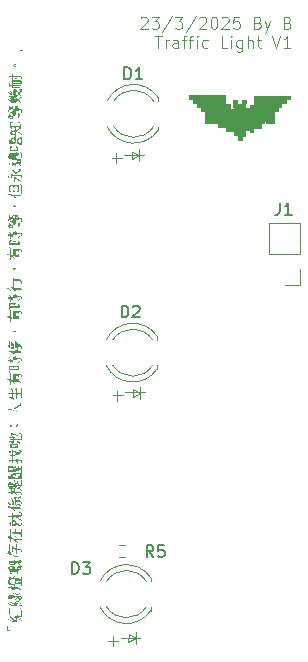
<source format=gbr>
%TF.GenerationSoftware,KiCad,Pcbnew,8.0.8*%
%TF.CreationDate,2025-03-23T13:12:37+08:00*%
%TF.ProjectId,trafficlight,74726166-6669-4636-9c69-6768742e6b69,rev?*%
%TF.SameCoordinates,Original*%
%TF.FileFunction,Legend,Top*%
%TF.FilePolarity,Positive*%
%FSLAX46Y46*%
G04 Gerber Fmt 4.6, Leading zero omitted, Abs format (unit mm)*
G04 Created by KiCad (PCBNEW 8.0.8) date 2025-03-23 13:12:37*
%MOMM*%
%LPD*%
G01*
G04 APERTURE LIST*
%ADD10C,0.100000*%
%ADD11C,0.150000*%
%ADD12C,0.120000*%
%ADD13C,0.000000*%
G04 APERTURE END LIST*
D10*
X145161000Y-103784400D02*
X143484600Y-103784400D01*
X144754600Y-104343200D02*
X144754600Y-103301800D01*
X144754600Y-103822500D02*
X144145000Y-104165400D01*
X144373600Y-124574300D02*
X143764000Y-124917200D01*
X144678400Y-83705700D02*
X144094200Y-83388200D01*
X144754600Y-103822500D02*
X144170400Y-103505000D01*
X144068800Y-84048600D02*
X144094200Y-83388200D01*
X144373600Y-125095000D02*
X144373600Y-124053600D01*
X142824200Y-103657400D02*
X142824200Y-104470200D01*
X144373600Y-124574300D02*
X143789400Y-124256800D01*
X144678400Y-83705700D02*
X144068800Y-84048600D01*
X144780000Y-124536200D02*
X143103600Y-124536200D01*
X144145000Y-104165400D02*
X144170400Y-103505000D01*
X142748000Y-83540600D02*
X142748000Y-84353400D01*
X142887700Y-124790200D02*
X142049500Y-124790200D01*
X143268700Y-104038400D02*
X142430500Y-104038400D01*
X142443200Y-124409200D02*
X142443200Y-125222000D01*
X145084800Y-83667600D02*
X143408400Y-83667600D01*
X143764000Y-124917200D02*
X143789400Y-124256800D01*
X144678400Y-84226400D02*
X144678400Y-83185000D01*
X143192500Y-83921600D02*
X142354300Y-83921600D01*
X144811067Y-72084513D02*
X144858686Y-72036894D01*
X144858686Y-72036894D02*
X144953924Y-71989275D01*
X144953924Y-71989275D02*
X145192019Y-71989275D01*
X145192019Y-71989275D02*
X145287257Y-72036894D01*
X145287257Y-72036894D02*
X145334876Y-72084513D01*
X145334876Y-72084513D02*
X145382495Y-72179751D01*
X145382495Y-72179751D02*
X145382495Y-72274989D01*
X145382495Y-72274989D02*
X145334876Y-72417846D01*
X145334876Y-72417846D02*
X144763448Y-72989275D01*
X144763448Y-72989275D02*
X145382495Y-72989275D01*
X145715829Y-71989275D02*
X146334876Y-71989275D01*
X146334876Y-71989275D02*
X146001543Y-72370227D01*
X146001543Y-72370227D02*
X146144400Y-72370227D01*
X146144400Y-72370227D02*
X146239638Y-72417846D01*
X146239638Y-72417846D02*
X146287257Y-72465465D01*
X146287257Y-72465465D02*
X146334876Y-72560703D01*
X146334876Y-72560703D02*
X146334876Y-72798798D01*
X146334876Y-72798798D02*
X146287257Y-72894036D01*
X146287257Y-72894036D02*
X146239638Y-72941656D01*
X146239638Y-72941656D02*
X146144400Y-72989275D01*
X146144400Y-72989275D02*
X145858686Y-72989275D01*
X145858686Y-72989275D02*
X145763448Y-72941656D01*
X145763448Y-72941656D02*
X145715829Y-72894036D01*
X147477733Y-71941656D02*
X146620591Y-73227370D01*
X147715829Y-71989275D02*
X148334876Y-71989275D01*
X148334876Y-71989275D02*
X148001543Y-72370227D01*
X148001543Y-72370227D02*
X148144400Y-72370227D01*
X148144400Y-72370227D02*
X148239638Y-72417846D01*
X148239638Y-72417846D02*
X148287257Y-72465465D01*
X148287257Y-72465465D02*
X148334876Y-72560703D01*
X148334876Y-72560703D02*
X148334876Y-72798798D01*
X148334876Y-72798798D02*
X148287257Y-72894036D01*
X148287257Y-72894036D02*
X148239638Y-72941656D01*
X148239638Y-72941656D02*
X148144400Y-72989275D01*
X148144400Y-72989275D02*
X147858686Y-72989275D01*
X147858686Y-72989275D02*
X147763448Y-72941656D01*
X147763448Y-72941656D02*
X147715829Y-72894036D01*
X149477733Y-71941656D02*
X148620591Y-73227370D01*
X149763448Y-72084513D02*
X149811067Y-72036894D01*
X149811067Y-72036894D02*
X149906305Y-71989275D01*
X149906305Y-71989275D02*
X150144400Y-71989275D01*
X150144400Y-71989275D02*
X150239638Y-72036894D01*
X150239638Y-72036894D02*
X150287257Y-72084513D01*
X150287257Y-72084513D02*
X150334876Y-72179751D01*
X150334876Y-72179751D02*
X150334876Y-72274989D01*
X150334876Y-72274989D02*
X150287257Y-72417846D01*
X150287257Y-72417846D02*
X149715829Y-72989275D01*
X149715829Y-72989275D02*
X150334876Y-72989275D01*
X150953924Y-71989275D02*
X151049162Y-71989275D01*
X151049162Y-71989275D02*
X151144400Y-72036894D01*
X151144400Y-72036894D02*
X151192019Y-72084513D01*
X151192019Y-72084513D02*
X151239638Y-72179751D01*
X151239638Y-72179751D02*
X151287257Y-72370227D01*
X151287257Y-72370227D02*
X151287257Y-72608322D01*
X151287257Y-72608322D02*
X151239638Y-72798798D01*
X151239638Y-72798798D02*
X151192019Y-72894036D01*
X151192019Y-72894036D02*
X151144400Y-72941656D01*
X151144400Y-72941656D02*
X151049162Y-72989275D01*
X151049162Y-72989275D02*
X150953924Y-72989275D01*
X150953924Y-72989275D02*
X150858686Y-72941656D01*
X150858686Y-72941656D02*
X150811067Y-72894036D01*
X150811067Y-72894036D02*
X150763448Y-72798798D01*
X150763448Y-72798798D02*
X150715829Y-72608322D01*
X150715829Y-72608322D02*
X150715829Y-72370227D01*
X150715829Y-72370227D02*
X150763448Y-72179751D01*
X150763448Y-72179751D02*
X150811067Y-72084513D01*
X150811067Y-72084513D02*
X150858686Y-72036894D01*
X150858686Y-72036894D02*
X150953924Y-71989275D01*
X151668210Y-72084513D02*
X151715829Y-72036894D01*
X151715829Y-72036894D02*
X151811067Y-71989275D01*
X151811067Y-71989275D02*
X152049162Y-71989275D01*
X152049162Y-71989275D02*
X152144400Y-72036894D01*
X152144400Y-72036894D02*
X152192019Y-72084513D01*
X152192019Y-72084513D02*
X152239638Y-72179751D01*
X152239638Y-72179751D02*
X152239638Y-72274989D01*
X152239638Y-72274989D02*
X152192019Y-72417846D01*
X152192019Y-72417846D02*
X151620591Y-72989275D01*
X151620591Y-72989275D02*
X152239638Y-72989275D01*
X153144400Y-71989275D02*
X152668210Y-71989275D01*
X152668210Y-71989275D02*
X152620591Y-72465465D01*
X152620591Y-72465465D02*
X152668210Y-72417846D01*
X152668210Y-72417846D02*
X152763448Y-72370227D01*
X152763448Y-72370227D02*
X153001543Y-72370227D01*
X153001543Y-72370227D02*
X153096781Y-72417846D01*
X153096781Y-72417846D02*
X153144400Y-72465465D01*
X153144400Y-72465465D02*
X153192019Y-72560703D01*
X153192019Y-72560703D02*
X153192019Y-72798798D01*
X153192019Y-72798798D02*
X153144400Y-72894036D01*
X153144400Y-72894036D02*
X153096781Y-72941656D01*
X153096781Y-72941656D02*
X153001543Y-72989275D01*
X153001543Y-72989275D02*
X152763448Y-72989275D01*
X152763448Y-72989275D02*
X152668210Y-72941656D01*
X152668210Y-72941656D02*
X152620591Y-72894036D01*
X154715829Y-72465465D02*
X154858686Y-72513084D01*
X154858686Y-72513084D02*
X154906305Y-72560703D01*
X154906305Y-72560703D02*
X154953924Y-72655941D01*
X154953924Y-72655941D02*
X154953924Y-72798798D01*
X154953924Y-72798798D02*
X154906305Y-72894036D01*
X154906305Y-72894036D02*
X154858686Y-72941656D01*
X154858686Y-72941656D02*
X154763448Y-72989275D01*
X154763448Y-72989275D02*
X154382496Y-72989275D01*
X154382496Y-72989275D02*
X154382496Y-71989275D01*
X154382496Y-71989275D02*
X154715829Y-71989275D01*
X154715829Y-71989275D02*
X154811067Y-72036894D01*
X154811067Y-72036894D02*
X154858686Y-72084513D01*
X154858686Y-72084513D02*
X154906305Y-72179751D01*
X154906305Y-72179751D02*
X154906305Y-72274989D01*
X154906305Y-72274989D02*
X154858686Y-72370227D01*
X154858686Y-72370227D02*
X154811067Y-72417846D01*
X154811067Y-72417846D02*
X154715829Y-72465465D01*
X154715829Y-72465465D02*
X154382496Y-72465465D01*
X155287258Y-72322608D02*
X155525353Y-72989275D01*
X155763448Y-72322608D02*
X155525353Y-72989275D01*
X155525353Y-72989275D02*
X155430115Y-73227370D01*
X155430115Y-73227370D02*
X155382496Y-73274989D01*
X155382496Y-73274989D02*
X155287258Y-73322608D01*
X157239639Y-72465465D02*
X157382496Y-72513084D01*
X157382496Y-72513084D02*
X157430115Y-72560703D01*
X157430115Y-72560703D02*
X157477734Y-72655941D01*
X157477734Y-72655941D02*
X157477734Y-72798798D01*
X157477734Y-72798798D02*
X157430115Y-72894036D01*
X157430115Y-72894036D02*
X157382496Y-72941656D01*
X157382496Y-72941656D02*
X157287258Y-72989275D01*
X157287258Y-72989275D02*
X156906306Y-72989275D01*
X156906306Y-72989275D02*
X156906306Y-71989275D01*
X156906306Y-71989275D02*
X157239639Y-71989275D01*
X157239639Y-71989275D02*
X157334877Y-72036894D01*
X157334877Y-72036894D02*
X157382496Y-72084513D01*
X157382496Y-72084513D02*
X157430115Y-72179751D01*
X157430115Y-72179751D02*
X157430115Y-72274989D01*
X157430115Y-72274989D02*
X157382496Y-72370227D01*
X157382496Y-72370227D02*
X157334877Y-72417846D01*
X157334877Y-72417846D02*
X157239639Y-72465465D01*
X157239639Y-72465465D02*
X156906306Y-72465465D01*
X146001542Y-73599219D02*
X146572970Y-73599219D01*
X146287256Y-74599219D02*
X146287256Y-73599219D01*
X146906304Y-74599219D02*
X146906304Y-73932552D01*
X146906304Y-74123028D02*
X146953923Y-74027790D01*
X146953923Y-74027790D02*
X147001542Y-73980171D01*
X147001542Y-73980171D02*
X147096780Y-73932552D01*
X147096780Y-73932552D02*
X147192018Y-73932552D01*
X147953923Y-74599219D02*
X147953923Y-74075409D01*
X147953923Y-74075409D02*
X147906304Y-73980171D01*
X147906304Y-73980171D02*
X147811066Y-73932552D01*
X147811066Y-73932552D02*
X147620590Y-73932552D01*
X147620590Y-73932552D02*
X147525352Y-73980171D01*
X147953923Y-74551600D02*
X147858685Y-74599219D01*
X147858685Y-74599219D02*
X147620590Y-74599219D01*
X147620590Y-74599219D02*
X147525352Y-74551600D01*
X147525352Y-74551600D02*
X147477733Y-74456361D01*
X147477733Y-74456361D02*
X147477733Y-74361123D01*
X147477733Y-74361123D02*
X147525352Y-74265885D01*
X147525352Y-74265885D02*
X147620590Y-74218266D01*
X147620590Y-74218266D02*
X147858685Y-74218266D01*
X147858685Y-74218266D02*
X147953923Y-74170647D01*
X148287257Y-73932552D02*
X148668209Y-73932552D01*
X148430114Y-74599219D02*
X148430114Y-73742076D01*
X148430114Y-73742076D02*
X148477733Y-73646838D01*
X148477733Y-73646838D02*
X148572971Y-73599219D01*
X148572971Y-73599219D02*
X148668209Y-73599219D01*
X148858686Y-73932552D02*
X149239638Y-73932552D01*
X149001543Y-74599219D02*
X149001543Y-73742076D01*
X149001543Y-73742076D02*
X149049162Y-73646838D01*
X149049162Y-73646838D02*
X149144400Y-73599219D01*
X149144400Y-73599219D02*
X149239638Y-73599219D01*
X149572972Y-74599219D02*
X149572972Y-73932552D01*
X149572972Y-73599219D02*
X149525353Y-73646838D01*
X149525353Y-73646838D02*
X149572972Y-73694457D01*
X149572972Y-73694457D02*
X149620591Y-73646838D01*
X149620591Y-73646838D02*
X149572972Y-73599219D01*
X149572972Y-73599219D02*
X149572972Y-73694457D01*
X150477733Y-74551600D02*
X150382495Y-74599219D01*
X150382495Y-74599219D02*
X150192019Y-74599219D01*
X150192019Y-74599219D02*
X150096781Y-74551600D01*
X150096781Y-74551600D02*
X150049162Y-74503980D01*
X150049162Y-74503980D02*
X150001543Y-74408742D01*
X150001543Y-74408742D02*
X150001543Y-74123028D01*
X150001543Y-74123028D02*
X150049162Y-74027790D01*
X150049162Y-74027790D02*
X150096781Y-73980171D01*
X150096781Y-73980171D02*
X150192019Y-73932552D01*
X150192019Y-73932552D02*
X150382495Y-73932552D01*
X150382495Y-73932552D02*
X150477733Y-73980171D01*
X152144400Y-74599219D02*
X151668210Y-74599219D01*
X151668210Y-74599219D02*
X151668210Y-73599219D01*
X152477734Y-74599219D02*
X152477734Y-73932552D01*
X152477734Y-73599219D02*
X152430115Y-73646838D01*
X152430115Y-73646838D02*
X152477734Y-73694457D01*
X152477734Y-73694457D02*
X152525353Y-73646838D01*
X152525353Y-73646838D02*
X152477734Y-73599219D01*
X152477734Y-73599219D02*
X152477734Y-73694457D01*
X153382495Y-73932552D02*
X153382495Y-74742076D01*
X153382495Y-74742076D02*
X153334876Y-74837314D01*
X153334876Y-74837314D02*
X153287257Y-74884933D01*
X153287257Y-74884933D02*
X153192019Y-74932552D01*
X153192019Y-74932552D02*
X153049162Y-74932552D01*
X153049162Y-74932552D02*
X152953924Y-74884933D01*
X153382495Y-74551600D02*
X153287257Y-74599219D01*
X153287257Y-74599219D02*
X153096781Y-74599219D01*
X153096781Y-74599219D02*
X153001543Y-74551600D01*
X153001543Y-74551600D02*
X152953924Y-74503980D01*
X152953924Y-74503980D02*
X152906305Y-74408742D01*
X152906305Y-74408742D02*
X152906305Y-74123028D01*
X152906305Y-74123028D02*
X152953924Y-74027790D01*
X152953924Y-74027790D02*
X153001543Y-73980171D01*
X153001543Y-73980171D02*
X153096781Y-73932552D01*
X153096781Y-73932552D02*
X153287257Y-73932552D01*
X153287257Y-73932552D02*
X153382495Y-73980171D01*
X153858686Y-74599219D02*
X153858686Y-73599219D01*
X154287257Y-74599219D02*
X154287257Y-74075409D01*
X154287257Y-74075409D02*
X154239638Y-73980171D01*
X154239638Y-73980171D02*
X154144400Y-73932552D01*
X154144400Y-73932552D02*
X154001543Y-73932552D01*
X154001543Y-73932552D02*
X153906305Y-73980171D01*
X153906305Y-73980171D02*
X153858686Y-74027790D01*
X154620591Y-73932552D02*
X155001543Y-73932552D01*
X154763448Y-73599219D02*
X154763448Y-74456361D01*
X154763448Y-74456361D02*
X154811067Y-74551600D01*
X154811067Y-74551600D02*
X154906305Y-74599219D01*
X154906305Y-74599219D02*
X155001543Y-74599219D01*
X155953925Y-73599219D02*
X156287258Y-74599219D01*
X156287258Y-74599219D02*
X156620591Y-73599219D01*
X157477734Y-74599219D02*
X156906306Y-74599219D01*
X157192020Y-74599219D02*
X157192020Y-73599219D01*
X157192020Y-73599219D02*
X157096782Y-73742076D01*
X157096782Y-73742076D02*
X157001544Y-73837314D01*
X157001544Y-73837314D02*
X156906306Y-73884933D01*
D11*
X143183905Y-97437619D02*
X143183905Y-96437619D01*
X143183905Y-96437619D02*
X143422000Y-96437619D01*
X143422000Y-96437619D02*
X143564857Y-96485238D01*
X143564857Y-96485238D02*
X143660095Y-96580476D01*
X143660095Y-96580476D02*
X143707714Y-96675714D01*
X143707714Y-96675714D02*
X143755333Y-96866190D01*
X143755333Y-96866190D02*
X143755333Y-97009047D01*
X143755333Y-97009047D02*
X143707714Y-97199523D01*
X143707714Y-97199523D02*
X143660095Y-97294761D01*
X143660095Y-97294761D02*
X143564857Y-97390000D01*
X143564857Y-97390000D02*
X143422000Y-97437619D01*
X143422000Y-97437619D02*
X143183905Y-97437619D01*
X144136286Y-96532857D02*
X144183905Y-96485238D01*
X144183905Y-96485238D02*
X144279143Y-96437619D01*
X144279143Y-96437619D02*
X144517238Y-96437619D01*
X144517238Y-96437619D02*
X144612476Y-96485238D01*
X144612476Y-96485238D02*
X144660095Y-96532857D01*
X144660095Y-96532857D02*
X144707714Y-96628095D01*
X144707714Y-96628095D02*
X144707714Y-96723333D01*
X144707714Y-96723333D02*
X144660095Y-96866190D01*
X144660095Y-96866190D02*
X144088667Y-97437619D01*
X144088667Y-97437619D02*
X144707714Y-97437619D01*
X143412505Y-77270019D02*
X143412505Y-76270019D01*
X143412505Y-76270019D02*
X143650600Y-76270019D01*
X143650600Y-76270019D02*
X143793457Y-76317638D01*
X143793457Y-76317638D02*
X143888695Y-76412876D01*
X143888695Y-76412876D02*
X143936314Y-76508114D01*
X143936314Y-76508114D02*
X143983933Y-76698590D01*
X143983933Y-76698590D02*
X143983933Y-76841447D01*
X143983933Y-76841447D02*
X143936314Y-77031923D01*
X143936314Y-77031923D02*
X143888695Y-77127161D01*
X143888695Y-77127161D02*
X143793457Y-77222400D01*
X143793457Y-77222400D02*
X143650600Y-77270019D01*
X143650600Y-77270019D02*
X143412505Y-77270019D01*
X144936314Y-77270019D02*
X144364886Y-77270019D01*
X144650600Y-77270019D02*
X144650600Y-76270019D01*
X144650600Y-76270019D02*
X144555362Y-76412876D01*
X144555362Y-76412876D02*
X144460124Y-76508114D01*
X144460124Y-76508114D02*
X144364886Y-76555733D01*
X138992905Y-119154619D02*
X138992905Y-118154619D01*
X138992905Y-118154619D02*
X139231000Y-118154619D01*
X139231000Y-118154619D02*
X139373857Y-118202238D01*
X139373857Y-118202238D02*
X139469095Y-118297476D01*
X139469095Y-118297476D02*
X139516714Y-118392714D01*
X139516714Y-118392714D02*
X139564333Y-118583190D01*
X139564333Y-118583190D02*
X139564333Y-118726047D01*
X139564333Y-118726047D02*
X139516714Y-118916523D01*
X139516714Y-118916523D02*
X139469095Y-119011761D01*
X139469095Y-119011761D02*
X139373857Y-119107000D01*
X139373857Y-119107000D02*
X139231000Y-119154619D01*
X139231000Y-119154619D02*
X138992905Y-119154619D01*
X139897667Y-118154619D02*
X140516714Y-118154619D01*
X140516714Y-118154619D02*
X140183381Y-118535571D01*
X140183381Y-118535571D02*
X140326238Y-118535571D01*
X140326238Y-118535571D02*
X140421476Y-118583190D01*
X140421476Y-118583190D02*
X140469095Y-118630809D01*
X140469095Y-118630809D02*
X140516714Y-118726047D01*
X140516714Y-118726047D02*
X140516714Y-118964142D01*
X140516714Y-118964142D02*
X140469095Y-119059380D01*
X140469095Y-119059380D02*
X140421476Y-119107000D01*
X140421476Y-119107000D02*
X140326238Y-119154619D01*
X140326238Y-119154619D02*
X140040524Y-119154619D01*
X140040524Y-119154619D02*
X139945286Y-119107000D01*
X139945286Y-119107000D02*
X139897667Y-119059380D01*
X145863533Y-117706819D02*
X145530200Y-117230628D01*
X145292105Y-117706819D02*
X145292105Y-116706819D01*
X145292105Y-116706819D02*
X145673057Y-116706819D01*
X145673057Y-116706819D02*
X145768295Y-116754438D01*
X145768295Y-116754438D02*
X145815914Y-116802057D01*
X145815914Y-116802057D02*
X145863533Y-116897295D01*
X145863533Y-116897295D02*
X145863533Y-117040152D01*
X145863533Y-117040152D02*
X145815914Y-117135390D01*
X145815914Y-117135390D02*
X145768295Y-117183009D01*
X145768295Y-117183009D02*
X145673057Y-117230628D01*
X145673057Y-117230628D02*
X145292105Y-117230628D01*
X146768295Y-116706819D02*
X146292105Y-116706819D01*
X146292105Y-116706819D02*
X146244486Y-117183009D01*
X146244486Y-117183009D02*
X146292105Y-117135390D01*
X146292105Y-117135390D02*
X146387343Y-117087771D01*
X146387343Y-117087771D02*
X146625438Y-117087771D01*
X146625438Y-117087771D02*
X146720676Y-117135390D01*
X146720676Y-117135390D02*
X146768295Y-117183009D01*
X146768295Y-117183009D02*
X146815914Y-117278247D01*
X146815914Y-117278247D02*
X146815914Y-117516342D01*
X146815914Y-117516342D02*
X146768295Y-117611580D01*
X146768295Y-117611580D02*
X146720676Y-117659200D01*
X146720676Y-117659200D02*
X146625438Y-117706819D01*
X146625438Y-117706819D02*
X146387343Y-117706819D01*
X146387343Y-117706819D02*
X146292105Y-117659200D01*
X146292105Y-117659200D02*
X146244486Y-117611580D01*
X156593466Y-87725419D02*
X156593466Y-88439704D01*
X156593466Y-88439704D02*
X156545847Y-88582561D01*
X156545847Y-88582561D02*
X156450609Y-88677800D01*
X156450609Y-88677800D02*
X156307752Y-88725419D01*
X156307752Y-88725419D02*
X156212514Y-88725419D01*
X157593466Y-88725419D02*
X157022038Y-88725419D01*
X157307752Y-88725419D02*
X157307752Y-87725419D01*
X157307752Y-87725419D02*
X157212514Y-87868276D01*
X157212514Y-87868276D02*
X157117276Y-87963514D01*
X157117276Y-87963514D02*
X157022038Y-88011133D01*
D12*
%TO.C,D2*%
X146185200Y-99331800D02*
X146185200Y-99012800D01*
X146185200Y-101810800D02*
X146185200Y-101491800D01*
X141881642Y-99331731D02*
G75*
G02*
X146185200Y-99013051I2243558J-1080069D01*
G01*
X142441906Y-99331743D02*
G75*
G02*
X145808530Y-99331800I1683294J-1080057D01*
G01*
X145808530Y-101491800D02*
G75*
G02*
X142441906Y-101491857I-1683330J1080000D01*
G01*
X146185200Y-101810549D02*
G75*
G02*
X141881643Y-101491869I-2060000J1398749D01*
G01*
D13*
%TO.C,G\u002A\u002A\u002A*%
G36*
X152007641Y-78981537D02*
G01*
X152007641Y-79344394D01*
X152118076Y-79344394D01*
X152174726Y-79346478D01*
X152213871Y-79352065D01*
X152228511Y-79360155D01*
X152228511Y-79360170D01*
X152242881Y-79368574D01*
X152280420Y-79374271D01*
X152323169Y-79375947D01*
X152417827Y-79375947D01*
X152417827Y-79596816D01*
X152417827Y-79817686D01*
X152559815Y-79817686D01*
X152701803Y-79817686D01*
X152701803Y-79754580D01*
X152699157Y-79713294D01*
X152688462Y-79695047D01*
X152670250Y-79691475D01*
X152659968Y-79690319D01*
X152652202Y-79684268D01*
X152646599Y-79669444D01*
X152642808Y-79641968D01*
X152640474Y-79597962D01*
X152639246Y-79533549D01*
X152638772Y-79444850D01*
X152638697Y-79344394D01*
X152638697Y-78997313D01*
X152843790Y-78997313D01*
X153048883Y-78997313D01*
X153048883Y-79186630D01*
X153048883Y-79375947D01*
X153199886Y-79375947D01*
X153280284Y-79374304D01*
X153333873Y-79368979D01*
X153365244Y-79359375D01*
X153373426Y-79353409D01*
X153384520Y-79332475D01*
X153391589Y-79293117D01*
X153395195Y-79230625D01*
X153395964Y-79164092D01*
X153395964Y-78997313D01*
X153585281Y-78997313D01*
X153774598Y-78997313D01*
X153774598Y-79186630D01*
X153773334Y-79269732D01*
X153769746Y-79331217D01*
X153764132Y-79367476D01*
X153758821Y-79375947D01*
X153751492Y-79390946D01*
X153746194Y-79432913D01*
X153743380Y-79497301D01*
X153743045Y-79533711D01*
X153743045Y-79691475D01*
X153900809Y-79691475D01*
X154058573Y-79691475D01*
X154058573Y-79801909D01*
X154060657Y-79858560D01*
X154066244Y-79897705D01*
X154074334Y-79912344D01*
X154074349Y-79912344D01*
X154080636Y-79896994D01*
X154085454Y-79852594D01*
X154088649Y-79781621D01*
X154090067Y-79686549D01*
X154090126Y-79659922D01*
X154090126Y-79407499D01*
X154232113Y-79407499D01*
X154374101Y-79407499D01*
X154374101Y-79028866D01*
X154374101Y-78650232D01*
X155967517Y-78650232D01*
X157560933Y-78650232D01*
X157560933Y-78839549D01*
X157560933Y-79028866D01*
X157387393Y-79028866D01*
X157213852Y-79028866D01*
X157213852Y-79186630D01*
X157213852Y-79344394D01*
X157008759Y-79344394D01*
X156803666Y-79344394D01*
X156803666Y-79517934D01*
X156803666Y-79691475D01*
X156661678Y-79691475D01*
X156519691Y-79691475D01*
X156519691Y-79865015D01*
X156519691Y-80038555D01*
X156330374Y-80038555D01*
X156141057Y-80038555D01*
X156141057Y-80543400D01*
X156141057Y-81048245D01*
X155778200Y-81048245D01*
X155415343Y-81048245D01*
X155415343Y-80985139D01*
X155415343Y-80922034D01*
X155352237Y-80922034D01*
X155289132Y-80922034D01*
X155289132Y-80985139D01*
X155289132Y-81048245D01*
X155194473Y-81048245D01*
X155099815Y-81048245D01*
X155099815Y-81253338D01*
X155099815Y-81458431D01*
X154752734Y-81458431D01*
X154405653Y-81458431D01*
X154405653Y-81631972D01*
X154405653Y-81805512D01*
X154216337Y-81805512D01*
X154027020Y-81805512D01*
X154027020Y-81726630D01*
X154027020Y-81647748D01*
X153869256Y-81647748D01*
X153711492Y-81647748D01*
X153711492Y-81884394D01*
X153711492Y-82121040D01*
X153569504Y-82121040D01*
X153427517Y-82121040D01*
X153427517Y-82294580D01*
X153427517Y-82468121D01*
X153238200Y-82468121D01*
X153048883Y-82468121D01*
X153048883Y-82278804D01*
X153048883Y-82089487D01*
X152875343Y-82089487D01*
X152701803Y-82089487D01*
X152701803Y-81915947D01*
X152701803Y-81742406D01*
X152544039Y-81742406D01*
X152470749Y-81743906D01*
X152417762Y-81748103D01*
X152389623Y-81754542D01*
X152386275Y-81758183D01*
X152371117Y-81765108D01*
X152328051Y-81770232D01*
X152260683Y-81773253D01*
X152196958Y-81773959D01*
X152007641Y-81773959D01*
X152007641Y-81584642D01*
X152007641Y-81395326D01*
X151849877Y-81395326D01*
X151776588Y-81396825D01*
X151723601Y-81401022D01*
X151695462Y-81407461D01*
X151692113Y-81411102D01*
X151676956Y-81418027D01*
X151633890Y-81423151D01*
X151566522Y-81426173D01*
X151502796Y-81426878D01*
X151313480Y-81426878D01*
X151313480Y-81237562D01*
X151313480Y-81048245D01*
X151139939Y-81048245D01*
X151061637Y-81049616D01*
X151004335Y-81053486D01*
X150972067Y-81059488D01*
X150966399Y-81064021D01*
X150950900Y-81069618D01*
X150905475Y-81074066D01*
X150831733Y-81077293D01*
X150731283Y-81079225D01*
X150619318Y-81079798D01*
X150272237Y-81079798D01*
X150272237Y-80543400D01*
X150272237Y-80007003D01*
X150082921Y-80007003D01*
X149893604Y-80007003D01*
X149893604Y-79849239D01*
X149893604Y-79691475D01*
X149735840Y-79691475D01*
X149578076Y-79691475D01*
X149578076Y-79517934D01*
X149578076Y-79344394D01*
X149388759Y-79344394D01*
X149199442Y-79344394D01*
X149199442Y-79170854D01*
X149199442Y-78997313D01*
X149057455Y-78997313D01*
X148915467Y-78997313D01*
X148915467Y-78807996D01*
X148915467Y-78618680D01*
X150461554Y-78618680D01*
X152007641Y-78618680D01*
X152007641Y-78981537D01*
G37*
G36*
X133870146Y-106499885D02*
G01*
X133908409Y-106579639D01*
X133880133Y-106657726D01*
X133830961Y-106670518D01*
X133757167Y-106628446D01*
X133754315Y-106568099D01*
X133803094Y-106485649D01*
X133870146Y-106499885D01*
G37*
G36*
X134507371Y-114623444D02*
G01*
X134428185Y-114682615D01*
X134340363Y-114732592D01*
X134344858Y-114713811D01*
X134400190Y-114654621D01*
X134485812Y-114584862D01*
X134529210Y-114577139D01*
X134507371Y-114623444D01*
G37*
G36*
X134694689Y-123119639D02*
G01*
X134611435Y-123176761D01*
X134518402Y-123221239D01*
X134519684Y-123201748D01*
X134575766Y-123141092D01*
X134663903Y-123073798D01*
X134712461Y-123070988D01*
X134694689Y-123119639D01*
G37*
G36*
X133551781Y-123683816D02*
G01*
X133574040Y-123929602D01*
X133878077Y-123950985D01*
X134182114Y-123972368D01*
X133845593Y-123983195D01*
X133509072Y-123994021D01*
X133519297Y-123716025D01*
X133529522Y-123438030D01*
X133551781Y-123683816D01*
G37*
G36*
X133596860Y-92018018D02*
G01*
X133674306Y-92075465D01*
X133684648Y-92103969D01*
X133637153Y-92150365D01*
X133596860Y-92156233D01*
X133519247Y-92110326D01*
X133509072Y-92070282D01*
X133547849Y-92011238D01*
X133596860Y-92018018D01*
G37*
G36*
X133743173Y-84365196D02*
G01*
X133702868Y-84439994D01*
X133645804Y-84496878D01*
X133580922Y-84544349D01*
X133585234Y-84510603D01*
X133618600Y-84445518D01*
X133691055Y-84335469D01*
X133734938Y-84322235D01*
X133743173Y-84365196D01*
G37*
G36*
X133792678Y-108737552D02*
G01*
X133781372Y-108800139D01*
X133705910Y-108887552D01*
X133638354Y-108936183D01*
X133629815Y-108892516D01*
X133634980Y-108863139D01*
X133687983Y-108761137D01*
X133728542Y-108733510D01*
X133792678Y-108737552D01*
G37*
G36*
X134200209Y-87212134D02*
G01*
X134211376Y-87240104D01*
X134169371Y-87296954D01*
X134156305Y-87298629D01*
X134077042Y-87256087D01*
X134065063Y-87240104D01*
X134078330Y-87190000D01*
X134120134Y-87181578D01*
X134200209Y-87212134D01*
G37*
G36*
X134385143Y-77131687D02*
G01*
X134322253Y-77178822D01*
X134226008Y-77223826D01*
X134121384Y-77266189D01*
X134114108Y-77256725D01*
X134178668Y-77203958D01*
X134283863Y-77135370D01*
X134339613Y-77115219D01*
X134385143Y-77131687D01*
G37*
G36*
X134328427Y-121170472D02*
G01*
X134288079Y-121253139D01*
X134240639Y-121301855D01*
X134170009Y-121336978D01*
X134152851Y-121316187D01*
X134193199Y-121233520D01*
X134240639Y-121184804D01*
X134311269Y-121149681D01*
X134328427Y-121170472D01*
G37*
G36*
X134375978Y-106485435D02*
G01*
X134386952Y-106553468D01*
X134362443Y-106648570D01*
X134328427Y-106670518D01*
X134280876Y-106621501D01*
X134269902Y-106553468D01*
X134294410Y-106458366D01*
X134328427Y-106436417D01*
X134375978Y-106485435D01*
G37*
G36*
X134562528Y-90561970D02*
G01*
X134518628Y-90623870D01*
X134444157Y-90680342D01*
X134362298Y-90725737D01*
X134365174Y-90693392D01*
X134399710Y-90635895D01*
X134479646Y-90541451D01*
X134542961Y-90518975D01*
X134562528Y-90561970D01*
G37*
G36*
X134562506Y-101139751D02*
G01*
X134525981Y-101208425D01*
X134445478Y-101272605D01*
X134356813Y-101311466D01*
X134328427Y-101298388D01*
X134370559Y-101213526D01*
X134458148Y-101133064D01*
X134515708Y-101110611D01*
X134562506Y-101139751D01*
G37*
G36*
X134560900Y-95871469D02*
G01*
X134527595Y-95939547D01*
X134441986Y-96007504D01*
X134358174Y-96053499D01*
X134355822Y-96021563D01*
X134385520Y-95963057D01*
X134457361Y-95869111D01*
X134506062Y-95843330D01*
X134560900Y-95871469D01*
G37*
G36*
X134670416Y-122891221D02*
G01*
X134647453Y-122928631D01*
X134564694Y-122984155D01*
X134482976Y-123026340D01*
X134474342Y-122994202D01*
X134483167Y-122968971D01*
X134557047Y-122891727D01*
X134598052Y-122882039D01*
X134670416Y-122891221D01*
G37*
G36*
X134632611Y-112635402D02*
G01*
X134555215Y-112707840D01*
X134541257Y-112717274D01*
X134436339Y-112771873D01*
X134387417Y-112769461D01*
X134386952Y-112765670D01*
X134434142Y-112677233D01*
X134535933Y-112606244D01*
X134627078Y-112593341D01*
X134632611Y-112635402D01*
G37*
G36*
X133679197Y-85355387D02*
G01*
X133636375Y-85497554D01*
X133624299Y-85528237D01*
X133567664Y-85641182D01*
X133540563Y-85648092D01*
X133553286Y-85558392D01*
X133576367Y-85484343D01*
X133625121Y-85363235D01*
X133659880Y-85308978D01*
X133661111Y-85308767D01*
X133679197Y-85355387D01*
G37*
G36*
X133601642Y-113100398D02*
G01*
X133693374Y-113171914D01*
X133797733Y-113272454D01*
X133883324Y-113371776D01*
X133918749Y-113439572D01*
X133879558Y-113425043D01*
X133780468Y-113352032D01*
X133722643Y-113304278D01*
X133609692Y-113193367D01*
X133554098Y-113108558D01*
X133553935Y-113088151D01*
X133601642Y-113100398D01*
G37*
G36*
X134523415Y-113262134D02*
G01*
X134623022Y-113337365D01*
X134676390Y-113414691D01*
X134677740Y-113424635D01*
X134643766Y-113431898D01*
X134572551Y-113380741D01*
X134462138Y-113305262D01*
X134393521Y-113283883D01*
X134349242Y-113249605D01*
X134357743Y-113225271D01*
X134420635Y-113215826D01*
X134523415Y-113262134D01*
G37*
G36*
X133664851Y-94139980D02*
G01*
X133679398Y-94261781D01*
X133684648Y-94438721D01*
X133681210Y-94625004D01*
X133672223Y-94749607D01*
X133660421Y-94784996D01*
X133639187Y-94709611D01*
X133625218Y-94561929D01*
X133619559Y-94385619D01*
X133623250Y-94224349D01*
X133637336Y-94121788D01*
X133644265Y-94108443D01*
X133664851Y-94139980D01*
G37*
G36*
X134232983Y-93276072D02*
G01*
X134259808Y-93300900D01*
X134323732Y-93373609D01*
X134307693Y-93369936D01*
X134260481Y-93335324D01*
X134162712Y-93296088D01*
X134125345Y-93323898D01*
X134053756Y-93380546D01*
X133989696Y-93364766D01*
X133977275Y-93324903D01*
X134021038Y-93247579D01*
X134121625Y-93229998D01*
X134232983Y-93276072D01*
G37*
G36*
X134232983Y-98601879D02*
G01*
X134259808Y-98626706D01*
X134323732Y-98699416D01*
X134307693Y-98695742D01*
X134260481Y-98661130D01*
X134162712Y-98621894D01*
X134125345Y-98649704D01*
X134053756Y-98706352D01*
X133989696Y-98690572D01*
X133977275Y-98650709D01*
X134021038Y-98573385D01*
X134121625Y-98555804D01*
X134232983Y-98601879D01*
G37*
G36*
X134787263Y-74993675D02*
G01*
X134780382Y-75129312D01*
X134772935Y-75152851D01*
X134759969Y-75069162D01*
X134754512Y-75025875D01*
X134733516Y-74915836D01*
X134684837Y-74857385D01*
X134576505Y-74830134D01*
X134427357Y-74817231D01*
X134123588Y-74795857D01*
X134460109Y-74785031D01*
X134796630Y-74774205D01*
X134787263Y-74993675D01*
G37*
G36*
X134237067Y-87979408D02*
G01*
X134313410Y-88046379D01*
X134318800Y-88059459D01*
X134327067Y-88115902D01*
X134273822Y-88086223D01*
X134255367Y-88071248D01*
X134161489Y-88029637D01*
X134125345Y-88056617D01*
X134049460Y-88115689D01*
X133988083Y-88080159D01*
X133977275Y-88026308D01*
X134021855Y-87964796D01*
X134124168Y-87950688D01*
X134237067Y-87979408D01*
G37*
G36*
X133625898Y-94905923D02*
G01*
X133753747Y-95004842D01*
X133859853Y-95120293D01*
X133916055Y-95208339D01*
X133918749Y-95221450D01*
X133882620Y-95223279D01*
X133792226Y-95157140D01*
X133753747Y-95121893D01*
X133640292Y-95030912D01*
X133560743Y-94998829D01*
X133548908Y-95003647D01*
X133511137Y-95001452D01*
X133509072Y-94984958D01*
X133539282Y-94896178D01*
X133625898Y-94905923D01*
G37*
G36*
X134668604Y-121606443D02*
G01*
X134627883Y-121644643D01*
X134591791Y-121666380D01*
X134514545Y-121718571D01*
X134538078Y-121747867D01*
X134621054Y-121770324D01*
X134721199Y-121798342D01*
X134712276Y-121818875D01*
X134639465Y-121840052D01*
X134518165Y-121835547D01*
X134478330Y-121787571D01*
X134473421Y-121662896D01*
X134563007Y-121599927D01*
X134609876Y-121596261D01*
X134668604Y-121606443D01*
G37*
G36*
X134576318Y-120736489D02*
G01*
X134507181Y-120832145D01*
X134424970Y-120928319D01*
X134363994Y-120937869D01*
X134275603Y-120868074D01*
X134274381Y-120866969D01*
X134185001Y-120767946D01*
X134152851Y-120701047D01*
X134183379Y-120700341D01*
X134257519Y-120774463D01*
X134264017Y-120782393D01*
X134375184Y-120919678D01*
X134496172Y-120774246D01*
X134587425Y-120674863D01*
X134614729Y-120665369D01*
X134576318Y-120736489D01*
G37*
G36*
X134671334Y-86126415D02*
G01*
X134685700Y-86161664D01*
X134712222Y-86283168D01*
X134728126Y-86460384D01*
X134733010Y-86655108D01*
X134726468Y-86829134D01*
X134708099Y-86944258D01*
X134694210Y-86967882D01*
X134674642Y-86929356D01*
X134666017Y-86802017D01*
X134669941Y-86620184D01*
X134672374Y-86399008D01*
X134653019Y-86271648D01*
X134627884Y-86245173D01*
X134593412Y-86201731D01*
X134603862Y-86147033D01*
X134638069Y-86084034D01*
X134671334Y-86126415D01*
G37*
G36*
X133728286Y-114557853D02*
G01*
X133732538Y-114563889D01*
X133771794Y-114676230D01*
X133788929Y-114836475D01*
X133783556Y-114996903D01*
X133755287Y-115109791D01*
X133737143Y-115131158D01*
X133705957Y-115112836D01*
X133720325Y-115005661D01*
X133738849Y-114894975D01*
X133703417Y-114869091D01*
X133649514Y-114883850D01*
X133572965Y-114907646D01*
X133591281Y-114882530D01*
X133646062Y-114839246D01*
X133723976Y-114723835D01*
X133715385Y-114619632D01*
X133699102Y-114536316D01*
X133728286Y-114557853D01*
G37*
G36*
X134647797Y-84836489D02*
G01*
X134633143Y-84911854D01*
X134550488Y-85032778D01*
X134476507Y-85113867D01*
X134264695Y-85325679D01*
X134091722Y-85159960D01*
X133959290Y-85015278D01*
X133921413Y-84927055D01*
X133973966Y-84899090D01*
X134038366Y-84944640D01*
X134121502Y-85055675D01*
X134129764Y-85069361D01*
X134203635Y-85178978D01*
X134259497Y-85197860D01*
X134323281Y-85148279D01*
X134427054Y-85029127D01*
X134511745Y-84913924D01*
X134595178Y-84823768D01*
X134647797Y-84836489D01*
G37*
G36*
X134693727Y-104656201D02*
G01*
X134697140Y-104747983D01*
X134670901Y-104815292D01*
X134589086Y-104905397D01*
X134449266Y-105016230D01*
X134291144Y-105120737D01*
X134154423Y-105191865D01*
X134095488Y-105207385D01*
X134037720Y-105163561D01*
X134035800Y-105148859D01*
X134080449Y-105092162D01*
X134095146Y-105090334D01*
X134202838Y-105053076D01*
X134349573Y-104961728D01*
X134493641Y-104846935D01*
X134593328Y-104739336D01*
X134608150Y-104713477D01*
X134660749Y-104646144D01*
X134693727Y-104656201D01*
G37*
G36*
X133606358Y-105134228D02*
G01*
X133680048Y-105186614D01*
X133808907Y-105207385D01*
X133992086Y-105239121D01*
X134202689Y-105322239D01*
X134411448Y-105438606D01*
X134589095Y-105570086D01*
X134706364Y-105698546D01*
X134737093Y-105782497D01*
X134705897Y-105791911D01*
X134626165Y-105724264D01*
X134584820Y-105677976D01*
X134377223Y-105482441D01*
X134130022Y-105359213D01*
X133844822Y-105294192D01*
X133664824Y-105254726D01*
X133582598Y-105200453D01*
X133572218Y-105156846D01*
X133586928Y-105104647D01*
X133606358Y-105134228D01*
G37*
G36*
X133715062Y-99417961D02*
G01*
X133731423Y-99556428D01*
X133734177Y-99785197D01*
X133733807Y-99804968D01*
X133727002Y-99990038D01*
X133716876Y-100091835D01*
X133705209Y-100096266D01*
X133700549Y-100067935D01*
X133675226Y-99942749D01*
X133634111Y-99916600D01*
X133597469Y-99939598D01*
X133542382Y-99969563D01*
X133544498Y-99905994D01*
X133549765Y-99884923D01*
X133599030Y-99788208D01*
X133640264Y-99764528D01*
X133672898Y-99714746D01*
X133664618Y-99591221D01*
X133656811Y-99458130D01*
X133686565Y-99382928D01*
X133715062Y-99417961D01*
G37*
G36*
X134228980Y-75939668D02*
G01*
X134268698Y-76062335D01*
X134269902Y-76094479D01*
X134239800Y-76208744D01*
X134159112Y-76237339D01*
X134148461Y-76233327D01*
X134046132Y-76194782D01*
X134012259Y-76091025D01*
X134085547Y-76091025D01*
X134131110Y-76159648D01*
X134148461Y-76167596D01*
X134201827Y-76139345D01*
X134211376Y-76091025D01*
X134181680Y-76018186D01*
X134148461Y-76014455D01*
X134087995Y-76074875D01*
X134085547Y-76091025D01*
X134012259Y-76091025D01*
X134012007Y-76090254D01*
X134060204Y-75970722D01*
X134151228Y-75904259D01*
X134228980Y-75939668D01*
G37*
G36*
X133848382Y-78264083D02*
G01*
X133902826Y-78362922D01*
X133934196Y-78471896D01*
X133933142Y-78529790D01*
X133909812Y-78590827D01*
X133856287Y-78590343D01*
X133740151Y-78529790D01*
X133623502Y-78449969D01*
X133568578Y-78385910D01*
X133567967Y-78381414D01*
X133608933Y-78373289D01*
X133708556Y-78423182D01*
X133713911Y-78426657D01*
X133817288Y-78485219D01*
X133856337Y-78472872D01*
X133860224Y-78438266D01*
X133820677Y-78348368D01*
X133792920Y-78331571D01*
X133747076Y-78266985D01*
X133751690Y-78230914D01*
X133791218Y-78208905D01*
X133848382Y-78264083D01*
G37*
G36*
X134147197Y-85534051D02*
G01*
X134190025Y-85571682D01*
X134294233Y-85644189D01*
X134351668Y-85659919D01*
X134438540Y-85700367D01*
X134550103Y-85794615D01*
X134644329Y-85902022D01*
X134679579Y-85977012D01*
X134641032Y-85969935D01*
X134542832Y-85900383D01*
X134472704Y-85841558D01*
X134311926Y-85712323D01*
X134213714Y-85671011D01*
X134162919Y-85718018D01*
X134144546Y-85850127D01*
X134137982Y-85961562D01*
X134128202Y-85971132D01*
X134109054Y-85873033D01*
X134098028Y-85806233D01*
X134075621Y-85613250D01*
X134091088Y-85524874D01*
X134147197Y-85534051D01*
G37*
G36*
X133655607Y-86943507D02*
G01*
X133704697Y-86972511D01*
X133833074Y-87015558D01*
X134045768Y-87046936D01*
X134297710Y-87061521D01*
X134518187Y-87068554D01*
X134688256Y-87078462D01*
X134778498Y-87089391D01*
X134785309Y-87092224D01*
X134742207Y-87104799D01*
X134609199Y-87118944D01*
X134413348Y-87131906D01*
X134377086Y-87133730D01*
X134109376Y-87134323D01*
X133882781Y-87112101D01*
X133765238Y-87082514D01*
X133630468Y-87044354D01*
X133546449Y-87047475D01*
X133542675Y-87050433D01*
X133526189Y-87041357D01*
X133540659Y-86991787D01*
X133582708Y-86927346D01*
X133655607Y-86943507D01*
G37*
G36*
X134260317Y-85350761D02*
G01*
X134478931Y-85367592D01*
X134649469Y-85389261D01*
X134740441Y-85411572D01*
X134746091Y-85415492D01*
X134756616Y-85494792D01*
X134735573Y-85572131D01*
X134699049Y-85650816D01*
X134686356Y-85619527D01*
X134683692Y-85557500D01*
X134672429Y-85486526D01*
X134626530Y-85446989D01*
X134519426Y-85429792D01*
X134324547Y-85425836D01*
X134299164Y-85425818D01*
X133918749Y-85425818D01*
X133918749Y-85611148D01*
X133912135Y-85742224D01*
X133894022Y-85759700D01*
X133867011Y-85666175D01*
X133844292Y-85536663D01*
X133811792Y-85325618D01*
X134260317Y-85350761D01*
G37*
G36*
X133893187Y-112712040D02*
G01*
X133975497Y-112824834D01*
X134019181Y-112907667D01*
X134079812Y-113047690D01*
X134097671Y-113125314D01*
X134082530Y-113130279D01*
X134040589Y-113136474D01*
X134050365Y-113216205D01*
X134060300Y-113314499D01*
X134041271Y-113342408D01*
X133973848Y-113304525D01*
X133875647Y-113213367D01*
X133777010Y-113102669D01*
X133708282Y-113006164D01*
X133696874Y-112959522D01*
X133750411Y-112977753D01*
X133838720Y-113065520D01*
X133853552Y-113083854D01*
X133936910Y-113185429D01*
X133970656Y-113198813D01*
X133977242Y-113128058D01*
X133977275Y-113106176D01*
X133938522Y-112956075D01*
X133879165Y-112862799D01*
X133819166Y-112755193D01*
X133835859Y-112699584D01*
X133893187Y-112712040D01*
G37*
G36*
X133609395Y-113374646D02*
G01*
X133709203Y-113432493D01*
X133838316Y-113497202D01*
X133928673Y-113514696D01*
X134086653Y-113504198D01*
X134283340Y-113505772D01*
X134485379Y-113517043D01*
X134659411Y-113535635D01*
X134772080Y-113559173D01*
X134796630Y-113576509D01*
X134742760Y-113606889D01*
X134599592Y-113628436D01*
X134401584Y-113636896D01*
X134196602Y-113640088D01*
X134091238Y-113650830D01*
X134068080Y-113674553D01*
X134109715Y-113716688D01*
X134120143Y-113724684D01*
X134200572Y-113793356D01*
X134186105Y-113804120D01*
X134082582Y-113758676D01*
X133898175Y-113660030D01*
X133733826Y-113582608D01*
X133604702Y-113547434D01*
X133558968Y-113552580D01*
X133514180Y-113557179D01*
X133528389Y-113493535D01*
X133561551Y-113395027D01*
X133567597Y-113365535D01*
X133609395Y-113374646D01*
G37*
G36*
X134002402Y-99608470D02*
G01*
X134041610Y-99809030D01*
X134044116Y-99837684D01*
X134052279Y-100005562D01*
X134034125Y-100087540D01*
X133977641Y-100113896D01*
X133933803Y-100115680D01*
X133918749Y-100113397D01*
X133854779Y-100103698D01*
X133815569Y-100047940D01*
X133802595Y-99918681D01*
X133801699Y-99826507D01*
X133801872Y-99823053D01*
X133860224Y-99823053D01*
X133873204Y-99969648D01*
X133905630Y-100051185D01*
X133918749Y-100057154D01*
X133955398Y-100005234D01*
X133975782Y-99875529D01*
X133977275Y-99823053D01*
X133964295Y-99676458D01*
X133931868Y-99594921D01*
X133918749Y-99588952D01*
X133882101Y-99640872D01*
X133861716Y-99770577D01*
X133860224Y-99823053D01*
X133801872Y-99823053D01*
X133810376Y-99653743D01*
X133832487Y-99535678D01*
X133848387Y-99508479D01*
X133936141Y-99505170D01*
X134002402Y-99608470D01*
G37*
G36*
X134708619Y-82147712D02*
G01*
X134721616Y-82255208D01*
X134730418Y-82426394D01*
X134741657Y-82792177D01*
X134562528Y-82792177D01*
X134549238Y-82792177D01*
X134435345Y-82786989D01*
X134378621Y-82751269D01*
X134359220Y-82654786D01*
X134357255Y-82499732D01*
X134358052Y-82470288D01*
X134445478Y-82470288D01*
X134458571Y-82611467D01*
X134509687Y-82668431D01*
X134562528Y-82675127D01*
X134643202Y-82652213D01*
X134675753Y-82562761D01*
X134679579Y-82470288D01*
X134666485Y-82329109D01*
X134615370Y-82272145D01*
X134562528Y-82265449D01*
X134481854Y-82288363D01*
X134449304Y-82377815D01*
X134445478Y-82470288D01*
X134358052Y-82470288D01*
X134361946Y-82326340D01*
X134386074Y-82239856D01*
X134445735Y-82210185D01*
X134513757Y-82207105D01*
X134637980Y-82182620D01*
X134694502Y-82133767D01*
X134708619Y-82147712D01*
G37*
G36*
X133730402Y-90896168D02*
G01*
X133829402Y-90912726D01*
X134003751Y-90924037D01*
X134172269Y-90927334D01*
X134370118Y-90929641D01*
X134478597Y-90945201D01*
X134525387Y-90987247D01*
X134538169Y-91069013D01*
X134539497Y-91102910D01*
X134545729Y-91278353D01*
X134269902Y-91278353D01*
X134097631Y-91278353D01*
X133889487Y-91278353D01*
X133649533Y-91278353D01*
X133649533Y-91073514D01*
X133743173Y-91073514D01*
X133794050Y-91144120D01*
X133889487Y-91161302D01*
X134007163Y-91130776D01*
X134035800Y-91073514D01*
X134094325Y-91073514D01*
X134146672Y-91143209D01*
X134269902Y-91161302D01*
X134409292Y-91135129D01*
X134445478Y-91073514D01*
X134393131Y-91003818D01*
X134269902Y-90985726D01*
X134130511Y-91011899D01*
X134094325Y-91073514D01*
X134035800Y-91073514D01*
X133984924Y-91002908D01*
X133889487Y-90985726D01*
X133771810Y-91016252D01*
X133743173Y-91073514D01*
X133649533Y-91073514D01*
X133649533Y-91071744D01*
X133662519Y-90932202D01*
X133706581Y-90890728D01*
X133730402Y-90896168D01*
G37*
G36*
X133800755Y-82870645D02*
G01*
X133801699Y-82899474D01*
X133851958Y-82943480D01*
X133974002Y-82965454D01*
X134124734Y-82965783D01*
X134261057Y-82944854D01*
X134339872Y-82903055D01*
X134344217Y-82894597D01*
X134364289Y-82900160D01*
X134385809Y-82998167D01*
X134394535Y-83070173D01*
X134419308Y-83318906D01*
X134065595Y-83318906D01*
X134065063Y-83318906D01*
X133711882Y-83318906D01*
X133720140Y-83143330D01*
X133801699Y-83143330D01*
X133818931Y-83216477D01*
X133890483Y-83251066D01*
X134046143Y-83260336D01*
X134065063Y-83260380D01*
X134229644Y-83252722D01*
X134307470Y-83220920D01*
X134328326Y-83151738D01*
X134328427Y-83143330D01*
X134311195Y-83070182D01*
X134239642Y-83035593D01*
X134083982Y-83026324D01*
X134065063Y-83026279D01*
X133900481Y-83033937D01*
X133822655Y-83065739D01*
X133801799Y-83134921D01*
X133801699Y-83143330D01*
X133720140Y-83143330D01*
X133721701Y-83110139D01*
X133736346Y-82983203D01*
X133761157Y-82883191D01*
X133786003Y-82836779D01*
X133800755Y-82870645D01*
G37*
G36*
X134320747Y-112596805D02*
G01*
X134286733Y-112628463D01*
X134243222Y-112715253D01*
X134249665Y-112803142D01*
X134304454Y-112897685D01*
X134424268Y-112931333D01*
X134474400Y-112932730D01*
X134648851Y-112961535D01*
X134746409Y-113037170D01*
X134749180Y-113143468D01*
X134735653Y-113168795D01*
X134692119Y-113219721D01*
X134680576Y-113160303D01*
X134680475Y-113152200D01*
X134650262Y-113080834D01*
X134543569Y-113052173D01*
X134468098Y-113049781D01*
X134329203Y-113057092D01*
X134276483Y-113098419D01*
X134279166Y-113202856D01*
X134282385Y-113225357D01*
X134286571Y-113347757D01*
X134261082Y-113400868D01*
X134259765Y-113400933D01*
X134228116Y-113390395D01*
X134209097Y-113341392D01*
X134197898Y-113227838D01*
X134189708Y-113023648D01*
X134189608Y-113020518D01*
X134167665Y-112856335D01*
X134116984Y-112800244D01*
X134108957Y-112801048D01*
X134041627Y-112785955D01*
X134035800Y-112768859D01*
X134083693Y-112675051D01*
X134190560Y-112600048D01*
X134266975Y-112582475D01*
X134320747Y-112596805D01*
G37*
G36*
X133728839Y-101488656D02*
G01*
X133828743Y-101505520D01*
X134003786Y-101516995D01*
X134172269Y-101520288D01*
X134533266Y-101520288D01*
X134533266Y-101695864D01*
X134533266Y-101871440D01*
X134269902Y-101871337D01*
X134094325Y-101871268D01*
X133889487Y-101871188D01*
X133655385Y-101871096D01*
X133651586Y-101695864D01*
X133743173Y-101695864D01*
X133777465Y-101787651D01*
X133889487Y-101812915D01*
X134004220Y-101785481D01*
X134035800Y-101695864D01*
X134094325Y-101695864D01*
X134121917Y-101781542D01*
X134224579Y-101811707D01*
X134269902Y-101812915D01*
X134398418Y-101794520D01*
X134443666Y-101726079D01*
X134445478Y-101695864D01*
X134417886Y-101610187D01*
X134315224Y-101580021D01*
X134269902Y-101578813D01*
X134141385Y-101597208D01*
X134096137Y-101665649D01*
X134094325Y-101695864D01*
X134035800Y-101695864D01*
X134001508Y-101604077D01*
X133889487Y-101578813D01*
X133774753Y-101606247D01*
X133743173Y-101695864D01*
X133651586Y-101695864D01*
X133650896Y-101664059D01*
X133659901Y-101525329D01*
X133700791Y-101482650D01*
X133728839Y-101488656D01*
G37*
G36*
X134710217Y-115336787D02*
G01*
X134726785Y-115479655D01*
X134728266Y-115723862D01*
X134721398Y-115905397D01*
X134711452Y-116000125D01*
X134700155Y-115995530D01*
X134695470Y-115961417D01*
X134671570Y-115817529D01*
X134617407Y-115755952D01*
X134497597Y-115742059D01*
X134471207Y-115741947D01*
X134334031Y-115753522D01*
X134278562Y-115804511D01*
X134269902Y-115884806D01*
X134252374Y-116005864D01*
X134221966Y-116057292D01*
X134195873Y-116029510D01*
X134198323Y-115921661D01*
X134199346Y-115914432D01*
X134205643Y-115794583D01*
X134153830Y-115748791D01*
X134042443Y-115741947D01*
X133916323Y-115725565D01*
X133860386Y-115685893D01*
X133860224Y-115683422D01*
X133911081Y-115642329D01*
X134033616Y-115624901D01*
X134035800Y-115624896D01*
X134161289Y-115604711D01*
X134213943Y-115558496D01*
X134175304Y-115507764D01*
X134146433Y-115495952D01*
X134131392Y-115450024D01*
X134186930Y-115388656D01*
X134251649Y-115347603D01*
X134251683Y-115370882D01*
X134228347Y-115492762D01*
X134303916Y-115583507D01*
X134460892Y-115624254D01*
X134487346Y-115624896D01*
X134622326Y-115616923D01*
X134669067Y-115576940D01*
X134656446Y-115482170D01*
X134649845Y-115361177D01*
X134679364Y-115303140D01*
X134710217Y-115336787D01*
G37*
G36*
X133723943Y-116613468D02*
G01*
X133737548Y-116737794D01*
X133743152Y-116926502D01*
X133743173Y-116939784D01*
X133763342Y-117224423D01*
X133835076Y-117416864D01*
X133975212Y-117534152D01*
X134200592Y-117593335D01*
X134404098Y-117608841D01*
X134624585Y-117621538D01*
X134752593Y-117638044D01*
X134782214Y-117654644D01*
X134707537Y-117667621D01*
X134522652Y-117673259D01*
X134506591Y-117673283D01*
X134330673Y-117676660D01*
X134251199Y-117692644D01*
X134247626Y-117730019D01*
X134277367Y-117771282D01*
X134280388Y-117794756D01*
X134206526Y-117755992D01*
X134100176Y-117683494D01*
X133948794Y-117579952D01*
X133835096Y-117512507D01*
X133796626Y-117497707D01*
X133758944Y-117548872D01*
X133728906Y-117673495D01*
X133726985Y-117687915D01*
X133711333Y-117805163D01*
X133702882Y-117816042D01*
X133696504Y-117716000D01*
X133694014Y-117658652D01*
X133668388Y-117498139D01*
X133606748Y-117439816D01*
X133596860Y-117439182D01*
X133519229Y-117394105D01*
X133509072Y-117354848D01*
X133538678Y-117260913D01*
X133600083Y-117232498D01*
X133646930Y-117277873D01*
X133661825Y-117264079D01*
X133670967Y-117156719D01*
X133672402Y-116984646D01*
X133675265Y-116787278D01*
X133688049Y-116639833D01*
X133705122Y-116579845D01*
X133723943Y-116613468D01*
G37*
G36*
X134307659Y-116617700D02*
G01*
X134326749Y-116733721D01*
X134328427Y-116791949D01*
X134334446Y-116943289D01*
X134371435Y-117011105D01*
X134467791Y-117028893D01*
X134529812Y-117029505D01*
X134694451Y-117044297D01*
X134760545Y-117099303D01*
X134744056Y-117210464D01*
X134734894Y-117234343D01*
X134698893Y-117312942D01*
X134686342Y-117281544D01*
X134683692Y-117219712D01*
X134656641Y-117123657D01*
X134561396Y-117089841D01*
X134507368Y-117088030D01*
X134398139Y-117098237D01*
X134343660Y-117150485D01*
X134318550Y-117277213D01*
X134312754Y-117336763D01*
X134290351Y-117585495D01*
X134280126Y-117336763D01*
X134259551Y-117180469D01*
X134219704Y-117094922D01*
X134203197Y-117088030D01*
X134117413Y-117045928D01*
X134058745Y-116985611D01*
X134012586Y-116938938D01*
X133986984Y-116966417D01*
X133973768Y-117085487D01*
X133969597Y-117175818D01*
X133958196Y-117468445D01*
X133922634Y-117146555D01*
X133903802Y-116915828D01*
X133912752Y-116792861D01*
X133952591Y-116770993D01*
X134026426Y-116843564D01*
X134049596Y-116874356D01*
X134162491Y-117000240D01*
X134235347Y-117019592D01*
X134262000Y-116933892D01*
X134252150Y-116825738D01*
X134244104Y-116681393D01*
X134267572Y-116593548D01*
X134273755Y-116588183D01*
X134307659Y-116617700D01*
G37*
G36*
X133780310Y-86238198D02*
G01*
X133935171Y-86243494D01*
X134108957Y-86245173D01*
X134474740Y-86245173D01*
X134474740Y-86537800D01*
X134474740Y-86830426D01*
X134240639Y-86830451D01*
X134065063Y-86830469D01*
X133889487Y-86830487D01*
X133655385Y-86830512D01*
X133662619Y-86537800D01*
X133743173Y-86537800D01*
X133751159Y-86688627D01*
X133788828Y-86755665D01*
X133876745Y-86771817D01*
X133889487Y-86771901D01*
X133983754Y-86759123D01*
X134025652Y-86698854D01*
X134035748Y-86558187D01*
X134035800Y-86537800D01*
X134094325Y-86537800D01*
X134102312Y-86688627D01*
X134139980Y-86755665D01*
X134227897Y-86771817D01*
X134240639Y-86771901D01*
X134334906Y-86759123D01*
X134376804Y-86698854D01*
X134386900Y-86558187D01*
X134386952Y-86537800D01*
X134378966Y-86386972D01*
X134341298Y-86319935D01*
X134253381Y-86303782D01*
X134240639Y-86303698D01*
X134146372Y-86316476D01*
X134104473Y-86376746D01*
X134094378Y-86517413D01*
X134094325Y-86537800D01*
X134035800Y-86537800D01*
X134027814Y-86386972D01*
X133990146Y-86319935D01*
X133902229Y-86303782D01*
X133889487Y-86303698D01*
X133795220Y-86316476D01*
X133753321Y-86376746D01*
X133743226Y-86517413D01*
X133743173Y-86537800D01*
X133662619Y-86537800D01*
X133662980Y-86523211D01*
X133673383Y-86354735D01*
X133692025Y-86249568D01*
X133706874Y-86230542D01*
X133780310Y-86238198D01*
G37*
G36*
X133781969Y-115326507D02*
G01*
X133795991Y-115450849D01*
X133802091Y-115640050D01*
X133802155Y-115659036D01*
X133811539Y-115891170D01*
X133852756Y-116043340D01*
X133946348Y-116133668D01*
X134112856Y-116180274D01*
X134372820Y-116201279D01*
X134419065Y-116203257D01*
X134645792Y-116216745D01*
X134760230Y-116233455D01*
X134761100Y-116252036D01*
X134647121Y-116271138D01*
X134495843Y-116284270D01*
X134326032Y-116300455D01*
X134262666Y-116319665D01*
X134295142Y-116345899D01*
X134313796Y-116352904D01*
X134415514Y-116407762D01*
X134445478Y-116451077D01*
X134411263Y-116500721D01*
X134330937Y-116472016D01*
X134266699Y-116411130D01*
X134174456Y-116331225D01*
X134038728Y-116242173D01*
X133907595Y-116173047D01*
X133837576Y-116151624D01*
X133811878Y-116202710D01*
X133787414Y-116327171D01*
X133785510Y-116341832D01*
X133769858Y-116459080D01*
X133761407Y-116469959D01*
X133755030Y-116369917D01*
X133752540Y-116312569D01*
X133733128Y-116163160D01*
X133681571Y-116100784D01*
X133631602Y-116093099D01*
X133552412Y-116068963D01*
X133552022Y-115976981D01*
X133556078Y-115961417D01*
X133585824Y-115878331D01*
X133606903Y-115904051D01*
X133613416Y-115932154D01*
X133658631Y-116019129D01*
X133692007Y-116034574D01*
X133721134Y-115981093D01*
X133736591Y-115839977D01*
X133736632Y-115683277D01*
X133735894Y-115490111D01*
X133746902Y-115347073D01*
X133762827Y-115293108D01*
X133781969Y-115326507D01*
G37*
G36*
X134030680Y-94076623D02*
G01*
X134035800Y-94116832D01*
X134064851Y-94169922D01*
X134166706Y-94197165D01*
X134355630Y-94204620D01*
X134553182Y-94213080D01*
X134667660Y-94245235D01*
X134732260Y-94311240D01*
X134738104Y-94321671D01*
X134768731Y-94471329D01*
X134738104Y-94555772D01*
X134678970Y-94653759D01*
X134652752Y-94646921D01*
X134647790Y-94529576D01*
X134648009Y-94511878D01*
X134641365Y-94417722D01*
X134598531Y-94367413D01*
X134490391Y-94343897D01*
X134343058Y-94333243D01*
X134035800Y-94315554D01*
X134035800Y-94581976D01*
X134035800Y-94751611D01*
X134035800Y-94869027D01*
X134035800Y-94892293D01*
X134043762Y-94920944D01*
X134083991Y-94938554D01*
X134181006Y-94948799D01*
X134359322Y-94955357D01*
X134474740Y-94958134D01*
X134677500Y-94975856D01*
X134778812Y-95009356D01*
X134775603Y-95046342D01*
X134664799Y-95074527D01*
X134505840Y-95082500D01*
X134334404Y-95087840D01*
X134255751Y-95110237D01*
X134245853Y-95159256D01*
X134253584Y-95182919D01*
X134239514Y-95210672D01*
X134151645Y-95161270D01*
X134047964Y-95080499D01*
X133888214Y-94937615D01*
X133811897Y-94845857D01*
X133822926Y-94811708D01*
X133896599Y-94829964D01*
X133945218Y-94835692D01*
X133970770Y-94791240D01*
X133977292Y-94674954D01*
X133968821Y-94465176D01*
X133967843Y-94447712D01*
X133962161Y-94243604D01*
X133969166Y-94094575D01*
X133987317Y-94029778D01*
X133989993Y-94029044D01*
X134030680Y-94076623D01*
G37*
G36*
X134222744Y-99401241D02*
G01*
X134300045Y-99502128D01*
X134314342Y-99526265D01*
X134435673Y-99667889D01*
X134545838Y-99705632D01*
X134683751Y-99752327D01*
X134751630Y-99864782D01*
X134729557Y-100002981D01*
X134709485Y-100034438D01*
X134650073Y-100107708D01*
X134644295Y-100079620D01*
X134660053Y-100013260D01*
X134666336Y-99916492D01*
X134596623Y-99883656D01*
X134540091Y-99881578D01*
X134425295Y-99903324D01*
X134388175Y-99990725D01*
X134386952Y-100027892D01*
X134386109Y-100156884D01*
X134384649Y-100218099D01*
X134433932Y-100255976D01*
X134556963Y-100289084D01*
X134570204Y-100291256D01*
X134729439Y-100328727D01*
X134780987Y-100368328D01*
X134733753Y-100401804D01*
X134596637Y-100420896D01*
X134430965Y-100420395D01*
X134230377Y-100416666D01*
X134139593Y-100430244D01*
X134151156Y-100461107D01*
X134222278Y-100524492D01*
X134199582Y-100548834D01*
X134099464Y-100534516D01*
X133938319Y-100481919D01*
X133870621Y-100454574D01*
X133694743Y-100371284D01*
X133592345Y-100305389D01*
X133571953Y-100266971D01*
X133642093Y-100266112D01*
X133729082Y-100287214D01*
X133896996Y-100305373D01*
X134021709Y-100285015D01*
X134121344Y-100260302D01*
X134152851Y-100271045D01*
X134189233Y-100268808D01*
X134240639Y-100232730D01*
X134301143Y-100119153D01*
X134325996Y-99934257D01*
X134312454Y-99719056D01*
X134283734Y-99588952D01*
X134258914Y-99540808D01*
X134238063Y-99589208D01*
X134218848Y-99742457D01*
X134209776Y-99852316D01*
X134178913Y-100261993D01*
X134151251Y-99831925D01*
X134143449Y-99620054D01*
X134148413Y-99458176D01*
X134164997Y-99377507D01*
X134168028Y-99374563D01*
X134222744Y-99401241D01*
G37*
G36*
X133957345Y-107884919D02*
G01*
X134030228Y-107934023D01*
X134169420Y-107957691D01*
X134190445Y-107958076D01*
X134328576Y-107942979D01*
X134356746Y-107898594D01*
X134353938Y-107893480D01*
X134366914Y-107876258D01*
X134451166Y-107918973D01*
X134467534Y-107929474D01*
X134581945Y-108024267D01*
X134621233Y-108099525D01*
X134574855Y-108133383D01*
X134565982Y-108133652D01*
X134486719Y-108091110D01*
X134474740Y-108075127D01*
X134400111Y-108036190D01*
X134268033Y-108018804D01*
X134123704Y-108022412D01*
X134012322Y-108046455D01*
X133977275Y-108081274D01*
X134030614Y-108120852D01*
X134178070Y-108126345D01*
X134211376Y-108123621D01*
X134360949Y-108115099D01*
X134427695Y-108142785D01*
X134444977Y-108228738D01*
X134445515Y-108278419D01*
X134445552Y-108455542D01*
X134094325Y-108455542D01*
X134076435Y-108455542D01*
X133707318Y-108455542D01*
X133703050Y-108309228D01*
X133801699Y-108309228D01*
X133854335Y-108342614D01*
X133988917Y-108363804D01*
X134094325Y-108367753D01*
X134261252Y-108357226D01*
X134367204Y-108330310D01*
X134386952Y-108309228D01*
X134334316Y-108275843D01*
X134199734Y-108254652D01*
X134094325Y-108250703D01*
X133927399Y-108261230D01*
X133821447Y-108288146D01*
X133801699Y-108309228D01*
X133703050Y-108309228D01*
X133701975Y-108272380D01*
X133710057Y-108147316D01*
X133757086Y-108110423D01*
X133807691Y-108118261D01*
X133897534Y-108114706D01*
X133918749Y-108081953D01*
X133867924Y-108036079D01*
X133745454Y-108016607D01*
X133743173Y-108016601D01*
X133619873Y-108001229D01*
X133567610Y-107964194D01*
X133567597Y-107963555D01*
X133614480Y-107934227D01*
X133690639Y-107942685D01*
X133817618Y-107934764D01*
X133870670Y-107893312D01*
X133925500Y-107844438D01*
X133957345Y-107884919D01*
G37*
G36*
X133830296Y-96238903D02*
G01*
X134003703Y-96249918D01*
X134172269Y-96253140D01*
X134370118Y-96255448D01*
X134478597Y-96271007D01*
X134525387Y-96313053D01*
X134538169Y-96394820D01*
X134539497Y-96428716D01*
X134545729Y-96604159D01*
X134269902Y-96604159D01*
X134150001Y-96604159D01*
X133889487Y-96604159D01*
X133754273Y-96604159D01*
X133785767Y-96969942D01*
X133812443Y-97176345D01*
X133849814Y-97341775D01*
X133882636Y-97418400D01*
X133916467Y-97494441D01*
X133874855Y-97525696D01*
X133817935Y-97596406D01*
X133801699Y-97688301D01*
X133784226Y-97806882D01*
X133755405Y-97854895D01*
X133731066Y-97824023D01*
X133729757Y-97711383D01*
X133732976Y-97679081D01*
X133736869Y-97535125D01*
X133692469Y-97465317D01*
X133632957Y-97442259D01*
X133534232Y-97383426D01*
X133509072Y-97326841D01*
X133531160Y-97274413D01*
X133615219Y-97300721D01*
X133626123Y-97306463D01*
X133695021Y-97334419D01*
X133729738Y-97306761D01*
X133741883Y-97200471D01*
X133743173Y-97074421D01*
X133734447Y-96906799D01*
X133712122Y-96800054D01*
X133694353Y-96779735D01*
X133667285Y-96727105D01*
X133651495Y-96592492D01*
X133649656Y-96486153D01*
X133654876Y-96399320D01*
X133743173Y-96399320D01*
X133794050Y-96469926D01*
X133889487Y-96487108D01*
X134007163Y-96456583D01*
X134035800Y-96399320D01*
X134094325Y-96399320D01*
X134146672Y-96469016D01*
X134269902Y-96487108D01*
X134409292Y-96460935D01*
X134445478Y-96399320D01*
X134393131Y-96329625D01*
X134269902Y-96311532D01*
X134130511Y-96337706D01*
X134094325Y-96399320D01*
X134035800Y-96399320D01*
X133984924Y-96328714D01*
X133889487Y-96311532D01*
X133771810Y-96342058D01*
X133743173Y-96399320D01*
X133654876Y-96399320D01*
X133660397Y-96307465D01*
X133689792Y-96227268D01*
X133732526Y-96222789D01*
X133830296Y-96238903D01*
G37*
G36*
X134679447Y-107221691D02*
G01*
X134722656Y-107271314D01*
X134736946Y-107391025D01*
X134738104Y-107497189D01*
X134738104Y-107782500D01*
X134421092Y-107782500D01*
X134211666Y-107796096D01*
X134092751Y-107834376D01*
X134074560Y-107855657D01*
X134048118Y-107898785D01*
X134040421Y-107855657D01*
X133985541Y-107803241D01*
X133860224Y-107782500D01*
X133736913Y-107767889D01*
X133684660Y-107732689D01*
X133684648Y-107732091D01*
X133733341Y-107703930D01*
X133830961Y-107709651D01*
X133943310Y-107709295D01*
X133977275Y-107672272D01*
X133925850Y-107629088D01*
X133799393Y-107607492D01*
X133772436Y-107606924D01*
X133629721Y-107592642D01*
X133575176Y-107540798D01*
X133572218Y-107504505D01*
X133587206Y-107449044D01*
X133606358Y-107475242D01*
X133681110Y-107531510D01*
X133779372Y-107548399D01*
X133878989Y-107536029D01*
X133883169Y-107478568D01*
X133859577Y-107430138D01*
X133821889Y-107316839D01*
X133827949Y-107260646D01*
X133898222Y-107243755D01*
X134031210Y-107263946D01*
X134183636Y-107308626D01*
X134312229Y-107365201D01*
X134373187Y-107419314D01*
X134352206Y-107455005D01*
X134240265Y-107439096D01*
X134201018Y-107428377D01*
X134034031Y-107384645D01*
X133955574Y-107380898D01*
X133943134Y-107420100D01*
X133956110Y-107460611D01*
X134041433Y-107527030D01*
X134222886Y-107557817D01*
X134232269Y-107558237D01*
X134474740Y-107568075D01*
X134255270Y-107591033D01*
X134093573Y-107621047D01*
X134040068Y-107658908D01*
X134087229Y-107694847D01*
X134227530Y-107719096D01*
X134357690Y-107723975D01*
X134679579Y-107723975D01*
X134679579Y-107519136D01*
X134668622Y-107385831D01*
X134641657Y-107322188D01*
X134635685Y-107321228D01*
X134509394Y-107318163D01*
X134446691Y-107272588D01*
X134445478Y-107263088D01*
X134495605Y-107224579D01*
X134591791Y-107211878D01*
X134679447Y-107221691D01*
G37*
G36*
X134258034Y-95422076D02*
G01*
X134269902Y-95488723D01*
X134288727Y-95567783D01*
X134366025Y-95602459D01*
X134500549Y-95609228D01*
X134677378Y-95621431D01*
X134755826Y-95667969D01*
X134752936Y-95763742D01*
X134734894Y-95814067D01*
X134698893Y-95892665D01*
X134686342Y-95861268D01*
X134683692Y-95799436D01*
X134661333Y-95708956D01*
X134579417Y-95672625D01*
X134477947Y-95667753D01*
X134356003Y-95673854D01*
X134293776Y-95712748D01*
X134266423Y-95815328D01*
X134254395Y-95945749D01*
X134232474Y-96223744D01*
X134221925Y-95945749D01*
X134203453Y-95764280D01*
X134161516Y-95679776D01*
X134123588Y-95667753D01*
X134057920Y-95713797D01*
X134029149Y-95859604D01*
X134027830Y-95887224D01*
X134018115Y-96002097D01*
X134002493Y-96007469D01*
X133994497Y-95975012D01*
X133942430Y-95873104D01*
X133867229Y-95847086D01*
X133810337Y-95900843D01*
X133801699Y-95956926D01*
X133778889Y-96066184D01*
X133751628Y-96101468D01*
X133723777Y-96077470D01*
X133729188Y-95987872D01*
X133728870Y-95875435D01*
X133662208Y-95843330D01*
X133580303Y-95800268D01*
X133567597Y-95757378D01*
X133606375Y-95698335D01*
X133655385Y-95705115D01*
X133730549Y-95702540D01*
X133743173Y-95674015D01*
X133703468Y-95612216D01*
X133686485Y-95609228D01*
X133656378Y-95565521D01*
X133667963Y-95509768D01*
X133701124Y-95458152D01*
X133736121Y-95505607D01*
X133758791Y-95568293D01*
X133825014Y-95682975D01*
X133900625Y-95726279D01*
X133962812Y-95688171D01*
X133956830Y-95640365D01*
X133957454Y-95546191D01*
X133979831Y-95519860D01*
X134032133Y-95521214D01*
X134035800Y-95537495D01*
X134083464Y-95583490D01*
X134126107Y-95589720D01*
X134189618Y-95552320D01*
X134187188Y-95513560D01*
X134193610Y-95423661D01*
X134213932Y-95402810D01*
X134258034Y-95422076D01*
G37*
G36*
X134258034Y-90096269D02*
G01*
X134269902Y-90162917D01*
X134286099Y-90238037D01*
X134354767Y-90273582D01*
X134506017Y-90283331D01*
X134533266Y-90283422D01*
X134702924Y-90289653D01*
X134775956Y-90321871D01*
X134772644Y-90400359D01*
X134738104Y-90488260D01*
X134699633Y-90567245D01*
X134686408Y-90536336D01*
X134683692Y-90473629D01*
X134661333Y-90383150D01*
X134579417Y-90346819D01*
X134477947Y-90341947D01*
X134356003Y-90348047D01*
X134293776Y-90386942D01*
X134266423Y-90489522D01*
X134254395Y-90619942D01*
X134232474Y-90897938D01*
X134221925Y-90619942D01*
X134203453Y-90438474D01*
X134161516Y-90353969D01*
X134123588Y-90341947D01*
X134057920Y-90387991D01*
X134029149Y-90533798D01*
X134027830Y-90561417D01*
X134018115Y-90676290D01*
X134002493Y-90681662D01*
X133994497Y-90649205D01*
X133942430Y-90547298D01*
X133867229Y-90521279D01*
X133810337Y-90575036D01*
X133801699Y-90631120D01*
X133778889Y-90740378D01*
X133751628Y-90775662D01*
X133723777Y-90751663D01*
X133729188Y-90662065D01*
X133728870Y-90549629D01*
X133662208Y-90517523D01*
X133580303Y-90474461D01*
X133567597Y-90431572D01*
X133606375Y-90372528D01*
X133655385Y-90379308D01*
X133730549Y-90376733D01*
X133743173Y-90348209D01*
X133703468Y-90286409D01*
X133686485Y-90283422D01*
X133656378Y-90239714D01*
X133667963Y-90183961D01*
X133701124Y-90132346D01*
X133736121Y-90179800D01*
X133758791Y-90242487D01*
X133825014Y-90357168D01*
X133900625Y-90400472D01*
X133962812Y-90362365D01*
X133956830Y-90314559D01*
X133957454Y-90220385D01*
X133979831Y-90194054D01*
X134032133Y-90195407D01*
X134035800Y-90211688D01*
X134083464Y-90257683D01*
X134126107Y-90263913D01*
X134189618Y-90226514D01*
X134187188Y-90187754D01*
X134193610Y-90097855D01*
X134213932Y-90077003D01*
X134258034Y-90096269D01*
G37*
G36*
X134258034Y-100689357D02*
G01*
X134269902Y-100756005D01*
X134288727Y-100835064D01*
X134366025Y-100869740D01*
X134500549Y-100876509D01*
X134677378Y-100888712D01*
X134755826Y-100935251D01*
X134752936Y-101031024D01*
X134734894Y-101081348D01*
X134698893Y-101159946D01*
X134686342Y-101128549D01*
X134683692Y-101066717D01*
X134661333Y-100976237D01*
X134579417Y-100939906D01*
X134477947Y-100935035D01*
X134356003Y-100941135D01*
X134293776Y-100980029D01*
X134266423Y-101082609D01*
X134254395Y-101213030D01*
X134232474Y-101491025D01*
X134221925Y-101213030D01*
X134203453Y-101031561D01*
X134161516Y-100947057D01*
X134123588Y-100935035D01*
X134057920Y-100981078D01*
X134029149Y-101126885D01*
X134027830Y-101154505D01*
X134018115Y-101269378D01*
X134002493Y-101274750D01*
X133994497Y-101242293D01*
X133942430Y-101140385D01*
X133867229Y-101114367D01*
X133810337Y-101168124D01*
X133801699Y-101224207D01*
X133773687Y-101337021D01*
X133740828Y-101375424D01*
X133704873Y-101361921D01*
X133717910Y-101261828D01*
X133729377Y-101148095D01*
X133676318Y-101111176D01*
X133661730Y-101110611D01*
X133579844Y-101081796D01*
X133567597Y-101053922D01*
X133610497Y-101021721D01*
X133655385Y-101030921D01*
X133730707Y-101021519D01*
X133743173Y-100975436D01*
X133711642Y-100884708D01*
X133686524Y-100866755D01*
X133661560Y-100809986D01*
X133680162Y-100766298D01*
X133721939Y-100739631D01*
X133758332Y-100817628D01*
X133770725Y-100868717D01*
X133826255Y-101003078D01*
X133900963Y-101052085D01*
X133965310Y-101013294D01*
X133960332Y-100935093D01*
X133957699Y-100826252D01*
X133982769Y-100785326D01*
X134032864Y-100789492D01*
X134035800Y-100804776D01*
X134083464Y-100850771D01*
X134126107Y-100857001D01*
X134189618Y-100819601D01*
X134187188Y-100780841D01*
X134193610Y-100690942D01*
X134213932Y-100670091D01*
X134258034Y-100689357D01*
G37*
G36*
X134025955Y-96866834D02*
G01*
X134126164Y-96883903D01*
X134297067Y-96894749D01*
X134414740Y-96896786D01*
X134626828Y-96916125D01*
X134749728Y-96969105D01*
X134773873Y-97048173D01*
X134709967Y-97129953D01*
X134654437Y-97160495D01*
X134656287Y-97097580D01*
X134661747Y-97075707D01*
X134661427Y-96981285D01*
X134573654Y-96955330D01*
X134569354Y-96955311D01*
X134494215Y-96969505D01*
X134457431Y-97031859D01*
X134445944Y-97172033D01*
X134445478Y-97236640D01*
X134454777Y-97416314D01*
X134492169Y-97516482D01*
X134571892Y-97573867D01*
X134577160Y-97576234D01*
X134645888Y-97611990D01*
X134623700Y-97614032D01*
X134515902Y-97594303D01*
X134345507Y-97568893D01*
X134299164Y-97562679D01*
X134272548Y-97559110D01*
X134094325Y-97536025D01*
X134006537Y-97524654D01*
X134182114Y-97720002D01*
X134357690Y-97915350D01*
X134152851Y-97742887D01*
X134039919Y-97639563D01*
X133978560Y-97544515D01*
X133953139Y-97416578D01*
X133948016Y-97214587D01*
X133948012Y-97203652D01*
X133948420Y-97189412D01*
X134035800Y-97189412D01*
X134048780Y-97336007D01*
X134081206Y-97417544D01*
X134094325Y-97423514D01*
X134130974Y-97371593D01*
X134151358Y-97241888D01*
X134152851Y-97189412D01*
X134211376Y-97189412D01*
X134225872Y-97352190D01*
X134273926Y-97419265D01*
X134299164Y-97423514D01*
X134360206Y-97384857D01*
X134385359Y-97256715D01*
X134386952Y-97189412D01*
X134372456Y-97026635D01*
X134324403Y-96959560D01*
X134299164Y-96955311D01*
X134238123Y-96993968D01*
X134212969Y-97122110D01*
X134211376Y-97189412D01*
X134152851Y-97189412D01*
X134139871Y-97042818D01*
X134107444Y-96961281D01*
X134094325Y-96955311D01*
X134057677Y-97007232D01*
X134037293Y-97136936D01*
X134035800Y-97189412D01*
X133948420Y-97189412D01*
X133953918Y-96997755D01*
X133974420Y-96890386D01*
X134013698Y-96863487D01*
X134025955Y-96866834D01*
G37*
G36*
X134705655Y-103331316D02*
G01*
X134721434Y-103484416D01*
X134728310Y-103716293D01*
X134727278Y-103905196D01*
X134721398Y-104124747D01*
X134713366Y-104258793D01*
X134704234Y-104296858D01*
X134695054Y-104228468D01*
X134694957Y-104227085D01*
X134678445Y-104048358D01*
X134649043Y-103957165D01*
X134588199Y-103924128D01*
X134500944Y-103919827D01*
X134384301Y-103931873D01*
X134336985Y-103991779D01*
X134328427Y-104121212D01*
X134314440Y-104265858D01*
X134280283Y-104351520D01*
X134275469Y-104355327D01*
X134248820Y-104326259D01*
X134247744Y-104209883D01*
X134253912Y-104153942D01*
X134268109Y-104004563D01*
X134245144Y-103937638D01*
X134167794Y-103920284D01*
X134131294Y-103919827D01*
X134021572Y-103937309D01*
X133981303Y-104013843D01*
X133977275Y-104095403D01*
X133993633Y-104218690D01*
X134033047Y-104270966D01*
X134033741Y-104270979D01*
X134101775Y-104316820D01*
X134157565Y-104396838D01*
X134224922Y-104522697D01*
X134057205Y-104404516D01*
X133901400Y-104309748D01*
X133759589Y-104246011D01*
X133757805Y-104245451D01*
X133646339Y-104190386D01*
X133638651Y-104144476D01*
X133731193Y-104133388D01*
X133772436Y-104139604D01*
X133881934Y-104142240D01*
X133917530Y-104075539D01*
X133918749Y-104043701D01*
X133893866Y-103953757D01*
X133797981Y-103921593D01*
X133743173Y-103919827D01*
X133619855Y-103905800D01*
X133567609Y-103872006D01*
X133567597Y-103871438D01*
X133617592Y-103845042D01*
X133738362Y-103848130D01*
X133743173Y-103848818D01*
X133866793Y-103854682D01*
X133913192Y-103805619D01*
X133918749Y-103733336D01*
X133893391Y-103596317D01*
X133853618Y-103526954D01*
X133820597Y-103429546D01*
X133834452Y-103387452D01*
X133883579Y-103365941D01*
X133930069Y-103437488D01*
X133963406Y-103578366D01*
X133973161Y-103700357D01*
X133996396Y-103819365D01*
X134079204Y-103859436D01*
X134123588Y-103861302D01*
X134235323Y-103836774D01*
X134269442Y-103741962D01*
X134269902Y-103719866D01*
X134243097Y-103600713D01*
X134196745Y-103551307D01*
X134164604Y-103506072D01*
X134228123Y-103417301D01*
X134230610Y-103414748D01*
X134307042Y-103348815D01*
X134327908Y-103372372D01*
X134326096Y-103393099D01*
X134319967Y-103512051D01*
X134321493Y-103671095D01*
X134338528Y-103802283D01*
X134400770Y-103853404D01*
X134512155Y-103861302D01*
X134695883Y-103861302D01*
X134661226Y-103568675D01*
X134650534Y-103393293D01*
X134665202Y-103291146D01*
X134682336Y-103276048D01*
X134705655Y-103331316D01*
G37*
G36*
X133756912Y-91484067D02*
G01*
X133788746Y-91633790D01*
X133800803Y-91841809D01*
X133821308Y-92073885D01*
X133883272Y-92207989D01*
X133897522Y-92221426D01*
X133948688Y-92254205D01*
X133974065Y-92230240D01*
X133978458Y-92129573D01*
X133967836Y-91951394D01*
X134035800Y-91951394D01*
X134047424Y-92108458D01*
X134076835Y-92202674D01*
X134094325Y-92214758D01*
X134129229Y-92162449D01*
X134150165Y-92030100D01*
X134152851Y-91951394D01*
X134211376Y-91951394D01*
X134222865Y-92124981D01*
X134261930Y-92204049D01*
X134299164Y-92214758D01*
X134357026Y-92180291D01*
X134383383Y-92063097D01*
X134386952Y-91951394D01*
X134375463Y-91777807D01*
X134336399Y-91698739D01*
X134299164Y-91688030D01*
X134241302Y-91722497D01*
X134214946Y-91839691D01*
X134211376Y-91951394D01*
X134152851Y-91951394D01*
X134141227Y-91794330D01*
X134111816Y-91700115D01*
X134094325Y-91688030D01*
X134059422Y-91740339D01*
X134038486Y-91872688D01*
X134035800Y-91951394D01*
X133967836Y-91951394D01*
X133966789Y-91933826D01*
X133956714Y-91731811D01*
X133965872Y-91625100D01*
X133997667Y-91593022D01*
X134022066Y-91598103D01*
X134124703Y-91616020D01*
X134297363Y-91627390D01*
X134414740Y-91629505D01*
X134629676Y-91648941D01*
X134750275Y-91702897D01*
X134768988Y-91784847D01*
X134696921Y-91873499D01*
X134632629Y-91916611D01*
X134630462Y-91871059D01*
X134645818Y-91819253D01*
X134658907Y-91719652D01*
X134593315Y-91688795D01*
X134566472Y-91688030D01*
X134492965Y-91702965D01*
X134456987Y-91767416D01*
X134445864Y-91910854D01*
X134445478Y-91969359D01*
X134454777Y-92149033D01*
X134492169Y-92249201D01*
X134571892Y-92306585D01*
X134577160Y-92308953D01*
X134645888Y-92344709D01*
X134623700Y-92346751D01*
X134515902Y-92327022D01*
X134345507Y-92301612D01*
X134299164Y-92295397D01*
X134272548Y-92291828D01*
X134094325Y-92268744D01*
X134006537Y-92257373D01*
X134182114Y-92452902D01*
X134357690Y-92648431D01*
X134136183Y-92460857D01*
X133967435Y-92329379D01*
X133864313Y-92282612D01*
X133813562Y-92318784D01*
X133801699Y-92416143D01*
X133785699Y-92536158D01*
X133757805Y-92586228D01*
X133740662Y-92544277D01*
X133730440Y-92409262D01*
X133728344Y-92205030D01*
X133731368Y-92062954D01*
X133734508Y-91769339D01*
X133721446Y-91587809D01*
X133691849Y-91514478D01*
X133684020Y-91512454D01*
X133648312Y-91475964D01*
X133659247Y-91447680D01*
X133711636Y-91416158D01*
X133756912Y-91484067D01*
G37*
G36*
X133725546Y-121999618D02*
G01*
X133742477Y-122112831D01*
X133743173Y-122147018D01*
X133743173Y-122355311D01*
X134211376Y-122355311D01*
X134445127Y-122352673D01*
X134585263Y-122341022D01*
X134655169Y-122314757D01*
X134678232Y-122268274D01*
X134679579Y-122243138D01*
X134646294Y-122137007D01*
X134606422Y-122104140D01*
X134564082Y-122060994D01*
X134600502Y-122005690D01*
X134653068Y-121979349D01*
X134687308Y-122051291D01*
X134697337Y-122100794D01*
X134725558Y-122324295D01*
X134733105Y-122535777D01*
X134720572Y-122701642D01*
X134688553Y-122788294D01*
X134685136Y-122790816D01*
X134653341Y-122767559D01*
X134657335Y-122647265D01*
X134661441Y-122619987D01*
X134694894Y-122413836D01*
X134219034Y-122413836D01*
X133743173Y-122413836D01*
X133747794Y-122604044D01*
X133758571Y-122709822D01*
X133779158Y-122725286D01*
X133783541Y-122716273D01*
X133829551Y-122699190D01*
X133909138Y-122794133D01*
X133922102Y-122814957D01*
X134032192Y-122956763D01*
X134150331Y-123056206D01*
X134154387Y-123058437D01*
X134244932Y-123095289D01*
X134265655Y-123049165D01*
X134258548Y-122989016D01*
X134216960Y-122889931D01*
X134166093Y-122867408D01*
X134101356Y-122850156D01*
X134112586Y-122781101D01*
X134167482Y-122720075D01*
X134263379Y-122680237D01*
X134393511Y-122663224D01*
X134509358Y-122670690D01*
X134562395Y-122704289D01*
X134562528Y-122706613D01*
X134522938Y-122777107D01*
X134480432Y-122818790D01*
X134405726Y-122855838D01*
X134371393Y-122811325D01*
X134333878Y-122746614D01*
X134309832Y-122774276D01*
X134304745Y-122869907D01*
X134324107Y-123009103D01*
X134325498Y-123015364D01*
X134349082Y-123161882D01*
X134328333Y-123224739D01*
X134293001Y-123233191D01*
X134219108Y-123203066D01*
X134211376Y-123180927D01*
X134164535Y-123117839D01*
X134117072Y-123092476D01*
X134049963Y-123087945D01*
X134056710Y-123144740D01*
X134055350Y-123218778D01*
X133975763Y-123221407D01*
X133831498Y-123153865D01*
X133776087Y-123119087D01*
X133649510Y-123050976D01*
X133563886Y-123032127D01*
X133557287Y-123034724D01*
X133533891Y-123017620D01*
X133545247Y-122972917D01*
X133582031Y-122925837D01*
X133649770Y-122948000D01*
X133756765Y-123030808D01*
X133874361Y-123118440D01*
X133950886Y-123154611D01*
X133960705Y-123152219D01*
X133971754Y-123072529D01*
X133928368Y-122966497D01*
X133858445Y-122890981D01*
X133828133Y-122882039D01*
X133753254Y-122832320D01*
X133718265Y-122750357D01*
X133687814Y-122555347D01*
X133669642Y-122344938D01*
X133664870Y-122153846D01*
X133674619Y-122016785D01*
X133693071Y-121969691D01*
X133725546Y-121999618D01*
G37*
G36*
X134691963Y-113945664D02*
G01*
X134733728Y-114015325D01*
X134738104Y-114099350D01*
X134719197Y-114226069D01*
X134639681Y-114279163D01*
X134577160Y-114289557D01*
X134416215Y-114308076D01*
X134606422Y-114478695D01*
X134722691Y-114596754D01*
X134788892Y-114690717D01*
X134794850Y-114712796D01*
X134770736Y-114723551D01*
X134733416Y-114673858D01*
X134606207Y-114548098D01*
X134395867Y-114438274D01*
X134167482Y-114369000D01*
X134038189Y-114349562D01*
X133986507Y-114383093D01*
X133977275Y-114485828D01*
X133992939Y-114597416D01*
X134056210Y-114620804D01*
X134094325Y-114613008D01*
X134187832Y-114615743D01*
X134211376Y-114693970D01*
X134230770Y-114764400D01*
X134308425Y-114797410D01*
X134471286Y-114805542D01*
X134666420Y-114818643D01*
X134756479Y-114863936D01*
X134751113Y-114950405D01*
X134706805Y-115024790D01*
X134627721Y-115106685D01*
X134597556Y-115105379D01*
X134533670Y-115102614D01*
X134475601Y-115078221D01*
X134367666Y-115004390D01*
X134328883Y-114937224D01*
X134305565Y-114897451D01*
X134414691Y-114897451D01*
X134477540Y-114946665D01*
X134597556Y-115001874D01*
X134669025Y-114969421D01*
X134679579Y-114919138D01*
X134629154Y-114878841D01*
X134522080Y-114864067D01*
X134415363Y-114869024D01*
X134414691Y-114897451D01*
X134305565Y-114897451D01*
X134289034Y-114869254D01*
X134265958Y-114864067D01*
X134228611Y-114908796D01*
X134235995Y-114966486D01*
X134237146Y-115037281D01*
X134162015Y-115065609D01*
X134075479Y-115068906D01*
X134065063Y-115068906D01*
X133882456Y-115068906D01*
X133897125Y-114805542D01*
X133977275Y-114805542D01*
X134013869Y-114900867D01*
X134065063Y-114922592D01*
X134136557Y-114873800D01*
X134152851Y-114805542D01*
X134116257Y-114710216D01*
X134065063Y-114688491D01*
X133993569Y-114737283D01*
X133977275Y-114805542D01*
X133897125Y-114805542D01*
X133902830Y-114703122D01*
X133923205Y-114337339D01*
X133745401Y-114337339D01*
X133613035Y-114314951D01*
X133567597Y-114261256D01*
X133610837Y-114150156D01*
X133706151Y-114062564D01*
X133766064Y-114044712D01*
X133771550Y-114073058D01*
X133710465Y-114130639D01*
X133639226Y-114191526D01*
X133662508Y-114214285D01*
X133764631Y-114218427D01*
X133881556Y-114206048D01*
X133910505Y-114149926D01*
X133901807Y-114103296D01*
X133899174Y-113994455D01*
X133924244Y-113953528D01*
X133963198Y-113979002D01*
X133981895Y-114085152D01*
X133992192Y-114183409D01*
X134010610Y-114192089D01*
X134011069Y-114191025D01*
X134078588Y-114161765D01*
X134227028Y-114149314D01*
X134357601Y-114152548D01*
X134547800Y-114157997D01*
X134646771Y-114140464D01*
X134678982Y-114094698D01*
X134679579Y-114083462D01*
X134629800Y-114004206D01*
X134547897Y-113968965D01*
X134470709Y-113950427D01*
X134501504Y-113940381D01*
X134577160Y-113935631D01*
X134691963Y-113945664D01*
G37*
G36*
X133756846Y-102014134D02*
G01*
X133789155Y-102164363D01*
X133800803Y-102376371D01*
X133821125Y-102607732D01*
X133882704Y-102741878D01*
X133897908Y-102756309D01*
X133950708Y-102790454D01*
X133975576Y-102765669D01*
X133977825Y-102661767D01*
X133967305Y-102515219D01*
X134035800Y-102515219D01*
X134048780Y-102661814D01*
X134081206Y-102743351D01*
X134094325Y-102749320D01*
X134130974Y-102697400D01*
X134151358Y-102567695D01*
X134152851Y-102515219D01*
X134211376Y-102515219D01*
X134225872Y-102677997D01*
X134273926Y-102745072D01*
X134299164Y-102749320D01*
X134360206Y-102710664D01*
X134385359Y-102582521D01*
X134386952Y-102515219D01*
X134372456Y-102352441D01*
X134324403Y-102285366D01*
X134299164Y-102281118D01*
X134238123Y-102319774D01*
X134212969Y-102447917D01*
X134211376Y-102515219D01*
X134152851Y-102515219D01*
X134139871Y-102368624D01*
X134107444Y-102287087D01*
X134094325Y-102281118D01*
X134057677Y-102333038D01*
X134037293Y-102462743D01*
X134035800Y-102515219D01*
X133967305Y-102515219D01*
X133966036Y-102497535D01*
X133955040Y-102306226D01*
X133965338Y-102209297D01*
X134000752Y-102185390D01*
X134020927Y-102190753D01*
X134124277Y-102208927D01*
X134297451Y-102220454D01*
X134414740Y-102222592D01*
X134626828Y-102241931D01*
X134749728Y-102294912D01*
X134773873Y-102373980D01*
X134709967Y-102455759D01*
X134654437Y-102486301D01*
X134656287Y-102423387D01*
X134661747Y-102401513D01*
X134661427Y-102307091D01*
X134573654Y-102281136D01*
X134569354Y-102281118D01*
X134492292Y-102296404D01*
X134455811Y-102362516D01*
X134445623Y-102509831D01*
X134445478Y-102544482D01*
X134458023Y-102704864D01*
X134490233Y-102797416D01*
X134508183Y-102807846D01*
X134594981Y-102845760D01*
X134669128Y-102906990D01*
X134733519Y-102977471D01*
X134708865Y-102982821D01*
X134652962Y-102962753D01*
X134524931Y-102928511D01*
X134341090Y-102894664D01*
X134299164Y-102888701D01*
X134272548Y-102884916D01*
X134094325Y-102861831D01*
X134006537Y-102850460D01*
X134182114Y-103045989D01*
X134357690Y-103241519D01*
X134136183Y-103053945D01*
X133967435Y-102922467D01*
X133864313Y-102875699D01*
X133813562Y-102911871D01*
X133801699Y-103009230D01*
X133784794Y-103129846D01*
X133755405Y-103180701D01*
X133731066Y-103149830D01*
X133729757Y-103037189D01*
X133732976Y-103004887D01*
X133736869Y-102860931D01*
X133692469Y-102791123D01*
X133632957Y-102768065D01*
X133534232Y-102709232D01*
X133509072Y-102652647D01*
X133531160Y-102600219D01*
X133615219Y-102626527D01*
X133626123Y-102632270D01*
X133695431Y-102660334D01*
X133730093Y-102632172D01*
X133742001Y-102524707D01*
X133743173Y-102405104D01*
X133729983Y-102221688D01*
X133694918Y-102110483D01*
X133674286Y-102092333D01*
X133637063Y-102033742D01*
X133652339Y-101993420D01*
X133709400Y-101952407D01*
X133756846Y-102014134D01*
G37*
G36*
X134582778Y-108622119D02*
G01*
X134705420Y-108649221D01*
X134726664Y-108717041D01*
X134647760Y-108835564D01*
X134614126Y-108872593D01*
X134490148Y-109004561D01*
X134618899Y-109212886D01*
X134691477Y-109340266D01*
X134721545Y-109413929D01*
X134718388Y-109421210D01*
X134672213Y-109376386D01*
X134593033Y-109264661D01*
X134566500Y-109222797D01*
X134481399Y-109098393D01*
X134403283Y-109052620D01*
X134282333Y-109065997D01*
X134210575Y-109083603D01*
X134059671Y-109132705D01*
X133992623Y-109197597D01*
X133977276Y-109309657D01*
X133977275Y-109311278D01*
X133994523Y-109433323D01*
X134067235Y-109476513D01*
X134125647Y-109479735D01*
X134228095Y-109467652D01*
X134235733Y-109413114D01*
X134213435Y-109366532D01*
X134165294Y-109255228D01*
X134154925Y-109205587D01*
X134179698Y-109214429D01*
X134236501Y-109302260D01*
X134237549Y-109304159D01*
X134352967Y-109424470D01*
X134538159Y-109479735D01*
X134713735Y-109524866D01*
X134779248Y-109596785D01*
X134732272Y-109691952D01*
X134702349Y-109719225D01*
X134633475Y-109767181D01*
X134629181Y-109725768D01*
X134645818Y-109669483D01*
X134659953Y-109574095D01*
X134597951Y-109540954D01*
X134530865Y-109538260D01*
X134420512Y-109552296D01*
X134397546Y-109617589D01*
X134410985Y-109684574D01*
X134419913Y-109792574D01*
X134392138Y-109830887D01*
X134341640Y-109781121D01*
X134317866Y-109699205D01*
X134260074Y-109588756D01*
X134142443Y-109549412D01*
X134025632Y-109555015D01*
X133973718Y-109630881D01*
X133961004Y-109695725D01*
X133936287Y-109860150D01*
X133927518Y-109699205D01*
X133891622Y-109571928D01*
X133829846Y-109538260D01*
X133769098Y-109570898D01*
X133769447Y-109683741D01*
X133772320Y-109699205D01*
X133776289Y-109762818D01*
X133741833Y-109719014D01*
X133683843Y-109601517D01*
X133613427Y-109421000D01*
X133607613Y-109313549D01*
X133628498Y-109279627D01*
X133678917Y-109251751D01*
X133681898Y-109274896D01*
X133684693Y-109417614D01*
X133766437Y-109477098D01*
X133801699Y-109479735D01*
X133888089Y-109451416D01*
X133917819Y-109346842D01*
X133918749Y-109307867D01*
X133902794Y-109186463D01*
X133830934Y-109131320D01*
X133728542Y-109112395D01*
X133538335Y-109088790D01*
X133733026Y-109079424D01*
X133863161Y-109063855D01*
X133912067Y-109009582D01*
X133911254Y-108879100D01*
X133910340Y-108868358D01*
X133909747Y-108720915D01*
X133931404Y-108629100D01*
X133935119Y-108624502D01*
X133960682Y-108649222D01*
X133975652Y-108760938D01*
X133977275Y-108826202D01*
X133995623Y-109000540D01*
X134052009Y-109065050D01*
X134148447Y-109021272D01*
X134186473Y-108986270D01*
X134235932Y-108916496D01*
X134183231Y-108875487D01*
X134153030Y-108865276D01*
X134061985Y-108811582D01*
X134036134Y-108750548D01*
X134089748Y-108719052D01*
X134096385Y-108718906D01*
X134186659Y-108748553D01*
X134292963Y-108808012D01*
X134398625Y-108864787D01*
X134465406Y-108847456D01*
X134506611Y-108803552D01*
X134554842Y-108720809D01*
X134512883Y-108665971D01*
X134505899Y-108661552D01*
X134485342Y-108627750D01*
X134578363Y-108621872D01*
X134582778Y-108622119D01*
G37*
G36*
X133968691Y-76865160D02*
G01*
X133977275Y-76906926D01*
X134000189Y-76957883D01*
X134084223Y-76986148D01*
X134252309Y-76997272D01*
X134354236Y-76998168D01*
X134592273Y-77006442D01*
X134725833Y-77035890D01*
X134766621Y-77093452D01*
X134726340Y-77186067D01*
X134709878Y-77209016D01*
X134650170Y-77282814D01*
X134644121Y-77255503D01*
X134660053Y-77188376D01*
X134670926Y-77116040D01*
X134640778Y-77076614D01*
X134545075Y-77060152D01*
X134359283Y-77056705D01*
X134335253Y-77056694D01*
X134138302Y-77059655D01*
X134031149Y-77075958D01*
X133986561Y-77116734D01*
X133977306Y-77193113D01*
X133977275Y-77203007D01*
X133984002Y-77281846D01*
X134021867Y-77325655D01*
X134117393Y-77344700D01*
X134297105Y-77349246D01*
X134355334Y-77349320D01*
X134558718Y-77351318D01*
X134670771Y-77364854D01*
X134717213Y-77401245D01*
X134723763Y-77471809D01*
X134721117Y-77510265D01*
X134709368Y-77597691D01*
X134672533Y-77644044D01*
X134582734Y-77659746D01*
X134412092Y-77655218D01*
X134343058Y-77651585D01*
X134299164Y-77651142D01*
X134119404Y-77649328D01*
X133997871Y-77671117D01*
X133977275Y-77695479D01*
X134032175Y-77732665D01*
X134183521Y-77754624D01*
X134324973Y-77758998D01*
X134514816Y-77765820D01*
X134651973Y-77783511D01*
X134699984Y-77802892D01*
X134661458Y-77822460D01*
X134534119Y-77831085D01*
X134352285Y-77827161D01*
X134134259Y-77824720D01*
X134005782Y-77843259D01*
X133977275Y-77868381D01*
X134031047Y-77902226D01*
X134173362Y-77931346D01*
X134372321Y-77949700D01*
X134767367Y-77970174D01*
X134310342Y-77981636D01*
X134065892Y-77982086D01*
X133928716Y-77967566D01*
X133889855Y-77936922D01*
X133893531Y-77928030D01*
X133885580Y-77851298D01*
X133807851Y-77781742D01*
X133728542Y-77759894D01*
X133694147Y-77809833D01*
X133676640Y-77919942D01*
X133667023Y-77949770D01*
X133649130Y-77878532D01*
X133626639Y-77721602D01*
X133624124Y-77700472D01*
X133608290Y-77491883D01*
X133612429Y-77334057D01*
X133632132Y-77264459D01*
X133665875Y-77277219D01*
X133683304Y-77389381D01*
X133684648Y-77448404D01*
X133714833Y-77644762D01*
X133807078Y-77744202D01*
X133888142Y-77758998D01*
X133897318Y-77705815D01*
X133902663Y-77567585D01*
X133902801Y-77524896D01*
X133977275Y-77524896D01*
X134030191Y-77556947D01*
X134166693Y-77578205D01*
X134299164Y-77583422D01*
X134475442Y-77573801D01*
X134592360Y-77548982D01*
X134621054Y-77524896D01*
X134568138Y-77492846D01*
X134431636Y-77471588D01*
X134299164Y-77466371D01*
X134122887Y-77475992D01*
X134005969Y-77500811D01*
X133977275Y-77524896D01*
X133902801Y-77524896D01*
X133903179Y-77407846D01*
X133898750Y-77213444D01*
X133881268Y-77108514D01*
X133837426Y-77065475D01*
X133753915Y-77056749D01*
X133733735Y-77056694D01*
X133608234Y-77034610D01*
X133572057Y-76959583D01*
X133572218Y-76954274D01*
X133587206Y-76898814D01*
X133606358Y-76925012D01*
X133681056Y-76981078D01*
X133780767Y-76998168D01*
X133876986Y-76980188D01*
X133891986Y-76943687D01*
X133899325Y-76868521D01*
X133917795Y-76852445D01*
X133968691Y-76865160D01*
G37*
G36*
X133740423Y-79485495D02*
G01*
X133735699Y-79589365D01*
X133739313Y-79661071D01*
X133751770Y-79737629D01*
X133785010Y-79723095D01*
X133841170Y-79646440D01*
X133927870Y-79550645D01*
X134000713Y-79512639D01*
X134030090Y-79546269D01*
X134028870Y-79558652D01*
X134021021Y-79709252D01*
X134035055Y-79868005D01*
X134064587Y-79992778D01*
X134102031Y-80041486D01*
X134142561Y-79987761D01*
X134139681Y-79829630D01*
X134136865Y-79807396D01*
X134128994Y-79652517D01*
X134147823Y-79553005D01*
X134158421Y-79540578D01*
X134204370Y-79556463D01*
X134211376Y-79595638D01*
X134245162Y-79690672D01*
X134316837Y-79741352D01*
X134369923Y-79726872D01*
X134366654Y-79660926D01*
X134333925Y-79609171D01*
X134298312Y-79519756D01*
X134323869Y-79488312D01*
X134379335Y-79508784D01*
X134420844Y-79600153D01*
X134488466Y-79720006D01*
X134591874Y-79748859D01*
X134721595Y-79787649D01*
X134761593Y-79898130D01*
X134734119Y-80012224D01*
X134698713Y-80090721D01*
X134686325Y-80059196D01*
X134683692Y-79997592D01*
X134644426Y-79889846D01*
X134562528Y-79865910D01*
X134482798Y-79888025D01*
X134449904Y-79975079D01*
X134445478Y-80077010D01*
X134454765Y-80214657D01*
X134491951Y-80260497D01*
X134544616Y-80250068D01*
X134610411Y-80229871D01*
X134595834Y-80263395D01*
X134544616Y-80321571D01*
X134467365Y-80442320D01*
X134445478Y-80525475D01*
X134421794Y-80623908D01*
X134401584Y-80647154D01*
X134382518Y-80607923D01*
X134373514Y-80479018D01*
X134376330Y-80287516D01*
X134377123Y-80270193D01*
X134383380Y-80053488D01*
X134373261Y-79929694D01*
X134342512Y-79875303D01*
X134303967Y-79865910D01*
X134248720Y-79892003D01*
X134217270Y-79985647D01*
X134202600Y-80169895D01*
X134201538Y-80202431D01*
X134194502Y-80367918D01*
X134185667Y-80420555D01*
X134173856Y-80364543D01*
X134168742Y-80319482D01*
X134135902Y-80165219D01*
X134090961Y-80104987D01*
X134051685Y-80144139D01*
X134035800Y-80279435D01*
X134016350Y-80447946D01*
X133976038Y-80570525D01*
X133929508Y-80639187D01*
X133868626Y-80649763D01*
X133753446Y-80604376D01*
X133711583Y-80584581D01*
X133593371Y-80507760D01*
X133534148Y-80431646D01*
X133544539Y-80381518D01*
X133625731Y-80380315D01*
X133672542Y-80355302D01*
X133660821Y-80247144D01*
X133639643Y-80144096D01*
X133667396Y-80142192D01*
X133732288Y-80200942D01*
X133804101Y-80311827D01*
X133786490Y-80376375D01*
X133774831Y-80474413D01*
X133818872Y-80535223D01*
X133888570Y-80587177D01*
X133926879Y-80540478D01*
X133940935Y-80492961D01*
X133973781Y-80306832D01*
X133966203Y-80169625D01*
X133920890Y-80109349D01*
X133904118Y-80109555D01*
X133803591Y-80093664D01*
X133677657Y-80038963D01*
X133572012Y-79957744D01*
X133560829Y-79866763D01*
X133571124Y-79836647D01*
X133608266Y-79775076D01*
X133622009Y-79802777D01*
X133666409Y-79921697D01*
X133761062Y-80022036D01*
X133865272Y-80065366D01*
X133894986Y-80060540D01*
X133944947Y-79996046D01*
X133973654Y-79880653D01*
X133976063Y-79763680D01*
X133947135Y-79694448D01*
X133932828Y-79690334D01*
X133871805Y-79734289D01*
X133804658Y-79822016D01*
X133747764Y-79903135D01*
X133715692Y-79897614D01*
X133686883Y-79793059D01*
X133677424Y-79748859D01*
X133662440Y-79585953D01*
X133691945Y-79486287D01*
X133692723Y-79485495D01*
X133739772Y-79459051D01*
X133740423Y-79485495D01*
G37*
G36*
X134382785Y-88752896D02*
G01*
X134421444Y-88849551D01*
X134489984Y-88968151D01*
X134591874Y-88995864D01*
X134721595Y-89034653D01*
X134761593Y-89145135D01*
X134734119Y-89259228D01*
X134698713Y-89337726D01*
X134686325Y-89306200D01*
X134683692Y-89244597D01*
X134644426Y-89136850D01*
X134562528Y-89112915D01*
X134482798Y-89135030D01*
X134449904Y-89222084D01*
X134445478Y-89324015D01*
X134454765Y-89461662D01*
X134491951Y-89507501D01*
X134544616Y-89497072D01*
X134610411Y-89476876D01*
X134595834Y-89510399D01*
X134544616Y-89568576D01*
X134467365Y-89689325D01*
X134445478Y-89772479D01*
X134421794Y-89870912D01*
X134401584Y-89894158D01*
X134382518Y-89854928D01*
X134373514Y-89726022D01*
X134376330Y-89534520D01*
X134377123Y-89517197D01*
X134383380Y-89300492D01*
X134373261Y-89176699D01*
X134342512Y-89122307D01*
X134303967Y-89112915D01*
X134248720Y-89139007D01*
X134217270Y-89232652D01*
X134202600Y-89416899D01*
X134201538Y-89449436D01*
X134194502Y-89614922D01*
X134185667Y-89667559D01*
X134173856Y-89611547D01*
X134168742Y-89566486D01*
X134135902Y-89412223D01*
X134090961Y-89351992D01*
X134051685Y-89391144D01*
X134035800Y-89526440D01*
X134016350Y-89694951D01*
X133976038Y-89817530D01*
X133929508Y-89886191D01*
X133868626Y-89896767D01*
X133753446Y-89851381D01*
X133711583Y-89831585D01*
X133593371Y-89754765D01*
X133534148Y-89678651D01*
X133544539Y-89628522D01*
X133625731Y-89627320D01*
X133672542Y-89602306D01*
X133660821Y-89494149D01*
X133639643Y-89391101D01*
X133667396Y-89389197D01*
X133732288Y-89447947D01*
X133804101Y-89558832D01*
X133786490Y-89623380D01*
X133774831Y-89721417D01*
X133818872Y-89782228D01*
X133888570Y-89834182D01*
X133926879Y-89787482D01*
X133940935Y-89739965D01*
X133973781Y-89553837D01*
X133966203Y-89416630D01*
X133920890Y-89356353D01*
X133904118Y-89356559D01*
X133803591Y-89340669D01*
X133677657Y-89285968D01*
X133572012Y-89204749D01*
X133560829Y-89113767D01*
X133571124Y-89083652D01*
X133608266Y-89022081D01*
X133622009Y-89049781D01*
X133666409Y-89168701D01*
X133761062Y-89269041D01*
X133865272Y-89312370D01*
X133894986Y-89307545D01*
X133942656Y-89244480D01*
X133973018Y-89129710D01*
X133979718Y-89012472D01*
X133956401Y-88942000D01*
X133942762Y-88937339D01*
X133884543Y-88977462D01*
X133798396Y-89069021D01*
X133720855Y-89155679D01*
X133691519Y-89154200D01*
X133685796Y-89083652D01*
X133667958Y-88928650D01*
X133647760Y-88834919D01*
X133642962Y-88729915D01*
X133677822Y-88703237D01*
X133735100Y-88733350D01*
X133736243Y-88747131D01*
X133733723Y-88837027D01*
X133736533Y-88908076D01*
X133749768Y-88972626D01*
X133790764Y-88960122D01*
X133880055Y-88862794D01*
X133891210Y-88849551D01*
X133981093Y-88758894D01*
X134027864Y-88744963D01*
X134030299Y-88761763D01*
X134023412Y-88962141D01*
X134038044Y-89138558D01*
X134069613Y-89257387D01*
X134102031Y-89288491D01*
X134142561Y-89234766D01*
X134139681Y-89076635D01*
X134136865Y-89054401D01*
X134129582Y-88901256D01*
X134147980Y-88804370D01*
X134182049Y-88782851D01*
X134221779Y-88855806D01*
X134228506Y-88879472D01*
X134280110Y-88974107D01*
X134322948Y-88995864D01*
X134381837Y-88958910D01*
X134366628Y-88884747D01*
X134328427Y-88849551D01*
X134274254Y-88779005D01*
X134290075Y-88715094D01*
X134327312Y-88703237D01*
X134382785Y-88752896D01*
G37*
G36*
X134077689Y-120710563D02*
G01*
X134094232Y-120819631D01*
X134094325Y-120830198D01*
X134099472Y-120932543D01*
X134134121Y-120985812D01*
X134227087Y-121006032D01*
X134407185Y-121009228D01*
X134416215Y-121009228D01*
X134621025Y-121023675D01*
X134724241Y-121073889D01*
X134728655Y-121170177D01*
X134637061Y-121322849D01*
X134593465Y-121376460D01*
X134535152Y-121448168D01*
X134409457Y-121621882D01*
X134361339Y-121754129D01*
X134364391Y-121784689D01*
X134354149Y-121867562D01*
X134328427Y-121873355D01*
X134279780Y-121884312D01*
X134177484Y-121829109D01*
X134164556Y-121816878D01*
X134106564Y-121776161D01*
X134094325Y-121816878D01*
X134051257Y-121878199D01*
X133940580Y-121873652D01*
X133790083Y-121805192D01*
X133772951Y-121794276D01*
X133651813Y-121738791D01*
X133570841Y-121738790D01*
X133534515Y-121732485D01*
X133544422Y-121687510D01*
X133583211Y-121630830D01*
X133653903Y-121650093D01*
X133705136Y-121681902D01*
X133818288Y-121731248D01*
X133941177Y-121753090D01*
X134035074Y-121745608D01*
X134061249Y-121706983D01*
X134056964Y-121698429D01*
X133990445Y-121677000D01*
X133973231Y-121684769D01*
X133922266Y-121676141D01*
X133918749Y-121656461D01*
X133871534Y-121601175D01*
X133832798Y-121594482D01*
X133773206Y-121554463D01*
X133777972Y-121513371D01*
X133821200Y-121481271D01*
X133909292Y-121528753D01*
X133994017Y-121601159D01*
X134150549Y-121728945D01*
X134239221Y-121763445D01*
X134262156Y-121705198D01*
X134256086Y-121667638D01*
X134198387Y-121588621D01*
X134149375Y-121580698D01*
X134110975Y-121571949D01*
X134151106Y-121532502D01*
X134269902Y-121532502D01*
X134312386Y-121592100D01*
X134328427Y-121594482D01*
X134385431Y-121574514D01*
X134386952Y-121568673D01*
X134345941Y-121518706D01*
X134328427Y-121506694D01*
X134274497Y-121511334D01*
X134269902Y-121532502D01*
X134151106Y-121532502D01*
X134170202Y-121513732D01*
X134302423Y-121459436D01*
X134389672Y-121461185D01*
X134480265Y-121461081D01*
X134497098Y-121387268D01*
X134442024Y-121229982D01*
X134436083Y-121216821D01*
X134331058Y-121092976D01*
X134284154Y-121080666D01*
X134470880Y-121080666D01*
X134487866Y-121135313D01*
X134503468Y-121154897D01*
X134593465Y-121210484D01*
X134664691Y-121179619D01*
X134679579Y-121122825D01*
X134630235Y-121078956D01*
X134555362Y-121067753D01*
X134470880Y-121080666D01*
X134284154Y-121080666D01*
X134234953Y-121067753D01*
X134137048Y-121092624D01*
X134089476Y-121188491D01*
X134078137Y-121257961D01*
X134062485Y-121375209D01*
X134054034Y-121386088D01*
X134047656Y-121286046D01*
X134045166Y-121228698D01*
X134021786Y-121084812D01*
X133979841Y-121014509D01*
X133938985Y-121029390D01*
X133918874Y-121141057D01*
X133918749Y-121154078D01*
X133906746Y-121250584D01*
X133847460Y-121278700D01*
X133801699Y-121272551D01*
X133728542Y-121262722D01*
X133582347Y-121232691D01*
X133524076Y-121202626D01*
X133527007Y-121148893D01*
X133545102Y-121100486D01*
X133586962Y-121035243D01*
X133636886Y-121077478D01*
X133672434Y-121103562D01*
X133673784Y-121035037D01*
X133743173Y-121035037D01*
X133778842Y-121134679D01*
X133801699Y-121155542D01*
X133847764Y-121137622D01*
X133860224Y-121071207D01*
X133836346Y-120974246D01*
X133801699Y-120950703D01*
X133749206Y-120997856D01*
X133743173Y-121035037D01*
X133673784Y-121035037D01*
X133674045Y-121021785D01*
X133672636Y-121009228D01*
X133671573Y-120911515D01*
X133717105Y-120877852D01*
X133835294Y-120898701D01*
X133912687Y-120921362D01*
X134012415Y-120939796D01*
X134031601Y-120891187D01*
X134020600Y-120840374D01*
X134015938Y-120728720D01*
X134041295Y-120683943D01*
X134077689Y-120710563D01*
G37*
G36*
X133769144Y-119332487D02*
G01*
X133824908Y-119399781D01*
X133899261Y-119479417D01*
X133952535Y-119468130D01*
X134000919Y-119410910D01*
X134077046Y-119349397D01*
X134118334Y-119362018D01*
X134108091Y-119428048D01*
X134081523Y-119443065D01*
X134034516Y-119517020D01*
X134019318Y-119684221D01*
X134020444Y-119726059D01*
X134024857Y-119875934D01*
X134017453Y-119918641D01*
X133993544Y-119863849D01*
X133977575Y-119814473D01*
X133950861Y-119673498D01*
X133962638Y-119580372D01*
X133950099Y-119562643D01*
X133866873Y-119605782D01*
X133858707Y-119611109D01*
X133740806Y-119743843D01*
X133706827Y-119903736D01*
X133707344Y-120006893D01*
X133719913Y-120015247D01*
X133724772Y-119999666D01*
X133754897Y-119918998D01*
X133806210Y-119908507D01*
X133911929Y-119966968D01*
X133949475Y-119991375D01*
X134053847Y-120051558D01*
X134103933Y-120042265D01*
X134129362Y-119991092D01*
X134147469Y-119870626D01*
X134145020Y-119780196D01*
X134211376Y-119780196D01*
X134237550Y-119919587D01*
X134299164Y-119955772D01*
X134368860Y-119903425D01*
X134386952Y-119780196D01*
X134385117Y-119770425D01*
X134445478Y-119770425D01*
X134472063Y-119855115D01*
X134564921Y-119855053D01*
X134652780Y-119797541D01*
X134642391Y-119723648D01*
X134543047Y-119673485D01*
X134461670Y-119698857D01*
X134445478Y-119770425D01*
X134385117Y-119770425D01*
X134360779Y-119640805D01*
X134299164Y-119604620D01*
X134229469Y-119656967D01*
X134211376Y-119780196D01*
X134145020Y-119780196D01*
X134142954Y-119703916D01*
X134141225Y-119687970D01*
X134116859Y-119479259D01*
X134331288Y-119504028D01*
X134494837Y-119532857D01*
X134612726Y-119570800D01*
X134621867Y-119575860D01*
X134673361Y-119585180D01*
X134666447Y-119502275D01*
X134665030Y-119496779D01*
X134659645Y-119384086D01*
X134685073Y-119337860D01*
X134708523Y-119376249D01*
X134723873Y-119510897D01*
X134729278Y-119721182D01*
X134728266Y-119820636D01*
X134721857Y-120019559D01*
X134712606Y-120135960D01*
X134701980Y-120156602D01*
X134695470Y-120116717D01*
X134654376Y-119964248D01*
X134583660Y-119893685D01*
X134502974Y-119919357D01*
X134474740Y-119955772D01*
X134472063Y-119957285D01*
X134393863Y-120001490D01*
X134299164Y-120014297D01*
X134160823Y-120041709D01*
X134124495Y-120115980D01*
X134188532Y-120217193D01*
X134272179Y-120280728D01*
X134346665Y-120253875D01*
X134383885Y-120221912D01*
X134484340Y-120150860D01*
X134537874Y-120133209D01*
X134542041Y-120162832D01*
X134488430Y-120213507D01*
X134428209Y-120271107D01*
X134452269Y-120314026D01*
X134561586Y-120365059D01*
X134682768Y-120431091D01*
X134737801Y-120492350D01*
X134738104Y-120495862D01*
X134694619Y-120525329D01*
X134635685Y-120511929D01*
X134415658Y-120434473D01*
X134249289Y-120399414D01*
X134160486Y-120411489D01*
X134155843Y-120416834D01*
X134082678Y-120473403D01*
X133976467Y-120510693D01*
X133886798Y-120516210D01*
X133860224Y-120491321D01*
X133906035Y-120419441D01*
X133933381Y-120404210D01*
X133930660Y-120384746D01*
X133835125Y-120371900D01*
X133787067Y-120370070D01*
X133651289Y-120350386D01*
X133574342Y-120310844D01*
X133572368Y-120270618D01*
X133661505Y-120248880D01*
X133684648Y-120248399D01*
X133779664Y-120219059D01*
X133801699Y-120178168D01*
X133818973Y-120137451D01*
X133871929Y-120178168D01*
X133970582Y-120237871D01*
X134060355Y-120240477D01*
X134094325Y-120191932D01*
X134045289Y-120116077D01*
X133935628Y-120057652D01*
X133821513Y-120041805D01*
X133785858Y-120053839D01*
X133684245Y-120100480D01*
X133627089Y-120071814D01*
X133604478Y-119953294D01*
X133604489Y-119787667D01*
X133610845Y-119604336D01*
X133616911Y-119475524D01*
X133620251Y-119436509D01*
X133662465Y-119450439D01*
X133722353Y-119494575D01*
X133788050Y-119539680D01*
X133794286Y-119499440D01*
X133774825Y-119428585D01*
X133747983Y-119328461D01*
X133769144Y-119332487D01*
G37*
G36*
X134727879Y-111418537D02*
G01*
X134712853Y-111642662D01*
X134648367Y-111763842D01*
X134594551Y-111827343D01*
X134618191Y-111896689D01*
X134677629Y-111964987D01*
X134774464Y-112084099D01*
X134788461Y-112137877D01*
X134723324Y-112116416D01*
X134642424Y-112059098D01*
X134503217Y-111974248D01*
X134381306Y-111937824D01*
X134379060Y-111937800D01*
X134288329Y-111911714D01*
X134269902Y-111879274D01*
X134319879Y-111834897D01*
X134412761Y-111820749D01*
X134536682Y-111799170D01*
X134591791Y-111762224D01*
X134567456Y-111722060D01*
X134449326Y-111704010D01*
X134426182Y-111703698D01*
X134288497Y-111715625D01*
X134221647Y-111774936D01*
X134185788Y-111909532D01*
X134167212Y-112087178D01*
X134209527Y-112184696D01*
X134333044Y-112224641D01*
X134474740Y-112230426D01*
X134669591Y-112243939D01*
X134759876Y-112288966D01*
X134755425Y-112372242D01*
X134735139Y-112408797D01*
X134692022Y-112458548D01*
X134680555Y-112398092D01*
X134680475Y-112391371D01*
X134650202Y-112319950D01*
X134543346Y-112291313D01*
X134468479Y-112288952D01*
X134329027Y-112299936D01*
X134283896Y-112339902D01*
X134291066Y-112376740D01*
X134292282Y-112452100D01*
X134268065Y-112464528D01*
X134217762Y-112417097D01*
X134211376Y-112376740D01*
X134167343Y-112307213D01*
X134068033Y-112288179D01*
X133962631Y-112317324D01*
X133900567Y-112391371D01*
X133878324Y-112463500D01*
X133869155Y-112421940D01*
X133867013Y-112391371D01*
X133812241Y-112306954D01*
X133713911Y-112288952D01*
X133603883Y-112271680D01*
X133567597Y-112238542D01*
X133616094Y-112209791D01*
X133708075Y-112214987D01*
X133810288Y-112217814D01*
X133840861Y-112149576D01*
X133839757Y-112089861D01*
X133804459Y-111970543D01*
X133743173Y-111948409D01*
X133713911Y-111937841D01*
X133643762Y-111922440D01*
X133608740Y-111857139D01*
X133597374Y-111713198D01*
X133596865Y-111645173D01*
X133684648Y-111645173D01*
X133701600Y-111768451D01*
X133742445Y-111820735D01*
X133743173Y-111820749D01*
X133784266Y-111769892D01*
X133801694Y-111647357D01*
X133801699Y-111645173D01*
X133860224Y-111645173D01*
X133877176Y-111768451D01*
X133918021Y-111820735D01*
X133918749Y-111820749D01*
X133959842Y-111769892D01*
X133977270Y-111647357D01*
X133977275Y-111645173D01*
X133960323Y-111521895D01*
X133919478Y-111469610D01*
X133918749Y-111469597D01*
X133877657Y-111520453D01*
X133860229Y-111642988D01*
X133860224Y-111645173D01*
X133801699Y-111645173D01*
X133784747Y-111521895D01*
X133743902Y-111469610D01*
X133743173Y-111469597D01*
X133702081Y-111520453D01*
X133684653Y-111642988D01*
X133684648Y-111645173D01*
X133596865Y-111645173D01*
X133596860Y-111644526D01*
X133605031Y-111465880D01*
X133633031Y-111385699D01*
X133674803Y-111381162D01*
X133793365Y-111405016D01*
X133894273Y-111411071D01*
X133981706Y-111422732D01*
X134023130Y-111478534D01*
X134035328Y-111609706D01*
X134035800Y-111674436D01*
X134024176Y-111831500D01*
X133994765Y-111925715D01*
X133977275Y-111937800D01*
X133933280Y-111987884D01*
X133918749Y-112084113D01*
X133946097Y-112198756D01*
X134036296Y-112230426D01*
X134116383Y-112217197D01*
X134106146Y-112156307D01*
X134081656Y-112114836D01*
X134038833Y-112007558D01*
X134081160Y-111927555D01*
X134128358Y-111825881D01*
X134150032Y-111670778D01*
X134146292Y-111507132D01*
X134117249Y-111379830D01*
X134079694Y-111335476D01*
X134036393Y-111294965D01*
X134077484Y-111233316D01*
X134126010Y-111207720D01*
X134160493Y-111267800D01*
X134187384Y-111401576D01*
X134231784Y-111566601D01*
X134292880Y-111642673D01*
X134306644Y-111645173D01*
X134372610Y-111602107D01*
X134383607Y-111517323D01*
X134336278Y-111459843D01*
X134312449Y-111397732D01*
X134327203Y-111324259D01*
X134357514Y-111268916D01*
X134383673Y-111308545D01*
X134409792Y-111426678D01*
X134457082Y-111581307D01*
X134530940Y-111641939D01*
X134561815Y-111645173D01*
X134636581Y-111620012D01*
X134677741Y-111526105D01*
X134695252Y-111396440D01*
X134717655Y-111147707D01*
X134727879Y-111418537D01*
G37*
G36*
X134644064Y-81138836D02*
G01*
X134660179Y-81320817D01*
X134639608Y-81423929D01*
X134588424Y-81475357D01*
X134424691Y-81580655D01*
X134356103Y-81647195D01*
X134377473Y-81696503D01*
X134483613Y-81750105D01*
X134518634Y-81764953D01*
X134676133Y-81857103D01*
X134733542Y-81953790D01*
X134733484Y-81958977D01*
X134718857Y-82014810D01*
X134698934Y-81986223D01*
X134626779Y-81908926D01*
X134494832Y-81822647D01*
X134353851Y-81756868D01*
X134272808Y-81738721D01*
X134242497Y-81795378D01*
X134220940Y-81958373D01*
X134211376Y-82170542D01*
X134209271Y-82217240D01*
X134207666Y-82338606D01*
X134202453Y-82613896D01*
X134190533Y-82777234D01*
X134182114Y-82801899D01*
X134171307Y-82833559D01*
X134151027Y-82806809D01*
X134072061Y-82701118D01*
X134035800Y-82693816D01*
X133978653Y-82682307D01*
X133907956Y-82754714D01*
X133900567Y-82777546D01*
X133879421Y-82829645D01*
X133868281Y-82769941D01*
X133867013Y-82748283D01*
X133830661Y-82638851D01*
X133762245Y-82618364D01*
X133698629Y-82681165D01*
X133676339Y-82777546D01*
X133667180Y-82804566D01*
X133650425Y-82730798D01*
X133629347Y-82571998D01*
X133624625Y-82528813D01*
X133609915Y-82317380D01*
X133612519Y-82151169D01*
X133631818Y-82064844D01*
X133632934Y-82063537D01*
X133664174Y-82079570D01*
X133682095Y-82193123D01*
X133684648Y-82283007D01*
X133694399Y-82458462D01*
X133728935Y-82541786D01*
X133776624Y-82558076D01*
X133843065Y-82520613D01*
X133847394Y-82441025D01*
X133918749Y-82441025D01*
X133960133Y-82538839D01*
X134035800Y-82558076D01*
X134133614Y-82516692D01*
X134152851Y-82441025D01*
X134111467Y-82343212D01*
X134035800Y-82323975D01*
X133937986Y-82365358D01*
X133918749Y-82441025D01*
X133847394Y-82441025D01*
X133849781Y-82397131D01*
X133849983Y-82282722D01*
X133908570Y-82248940D01*
X133977275Y-82253031D01*
X134067781Y-82252870D01*
X134113964Y-82205577D01*
X134134929Y-82082051D01*
X134140564Y-82004298D01*
X134146387Y-81841795D01*
X134124736Y-81764807D01*
X134058279Y-81742236D01*
X134006537Y-81741876D01*
X133994251Y-81741791D01*
X133830961Y-81744861D01*
X133962643Y-81836717D01*
X134059769Y-81920313D01*
X134094325Y-81977100D01*
X134050365Y-81987916D01*
X133942665Y-81954852D01*
X133807498Y-81894841D01*
X133681136Y-81824819D01*
X133599852Y-81761719D01*
X133587726Y-81740583D01*
X133592208Y-81713393D01*
X133606127Y-81737258D01*
X133684010Y-81792518D01*
X133718367Y-81797247D01*
X133774481Y-81756381D01*
X133792808Y-81623258D01*
X133791683Y-81563145D01*
X133783305Y-81475357D01*
X133860224Y-81475357D01*
X133884397Y-81586732D01*
X133979574Y-81621053D01*
X134006537Y-81621671D01*
X134121989Y-81601988D01*
X134148123Y-81527192D01*
X134142837Y-81509071D01*
X134211376Y-81509071D01*
X134211376Y-81689099D01*
X134383714Y-81552965D01*
X134516639Y-81434973D01*
X134547835Y-81365024D01*
X134477441Y-81333505D01*
X134386952Y-81329044D01*
X134263642Y-81342998D01*
X134217342Y-81409596D01*
X134211376Y-81509071D01*
X134142837Y-81509071D01*
X134117327Y-81421618D01*
X134040466Y-81334787D01*
X133943097Y-81334241D01*
X133871683Y-81410269D01*
X133860224Y-81475357D01*
X133783305Y-81475357D01*
X133777684Y-81416458D01*
X133753881Y-81334958D01*
X133745359Y-81329044D01*
X133722716Y-81277105D01*
X133711363Y-81147375D01*
X133711059Y-81095128D01*
X133711418Y-81065680D01*
X133801699Y-81065680D01*
X133808369Y-81144331D01*
X133846011Y-81188140D01*
X133941067Y-81207275D01*
X134119983Y-81211909D01*
X134182114Y-81211993D01*
X134386608Y-81209428D01*
X134500509Y-81194950D01*
X134550261Y-81158390D01*
X134562309Y-81089576D01*
X134562528Y-81065680D01*
X134555858Y-80987028D01*
X134518216Y-80943220D01*
X134423160Y-80924084D01*
X134244244Y-80919451D01*
X134182114Y-80919366D01*
X133977619Y-80921932D01*
X133863718Y-80936409D01*
X133813966Y-80972970D01*
X133801918Y-81041783D01*
X133801699Y-81065680D01*
X133711418Y-81065680D01*
X133713911Y-80861212D01*
X134159527Y-80861027D01*
X134605144Y-80860841D01*
X134644064Y-81138836D01*
G37*
G36*
X134120333Y-117983464D02*
G01*
X134156687Y-118058465D01*
X134157471Y-118068330D01*
X134171941Y-118126492D01*
X134187234Y-118110725D01*
X134255710Y-118076779D01*
X134397551Y-118063207D01*
X134460609Y-118064826D01*
X134601639Y-118069785D01*
X134635709Y-118059882D01*
X134572350Y-118031699D01*
X134562528Y-118028265D01*
X134416215Y-117977578D01*
X134577160Y-117971744D01*
X134697975Y-117988079D01*
X134737397Y-118062946D01*
X134738104Y-118082961D01*
X134696721Y-118180775D01*
X134621054Y-118200012D01*
X134522685Y-118215693D01*
X134524182Y-118268566D01*
X134626919Y-118367373D01*
X134650316Y-118386044D01*
X134751299Y-118486283D01*
X134792074Y-118568562D01*
X134792009Y-118570043D01*
X134777225Y-118602768D01*
X134757869Y-118565795D01*
X134692926Y-118497946D01*
X134668440Y-118492638D01*
X134633477Y-118535408D01*
X134642218Y-118580426D01*
X134651659Y-118722937D01*
X134577593Y-118821277D01*
X134508880Y-118839162D01*
X134491099Y-118843790D01*
X134410504Y-118863939D01*
X134391499Y-118946368D01*
X134399436Y-119019366D01*
X134425205Y-119194942D01*
X134069558Y-119194680D01*
X134065063Y-119194677D01*
X133713911Y-119194418D01*
X133706281Y-119048629D01*
X133801699Y-119048629D01*
X133836165Y-119106491D01*
X133953360Y-119132848D01*
X134065063Y-119136417D01*
X134238649Y-119124928D01*
X134317718Y-119085863D01*
X134328427Y-119048629D01*
X134293960Y-118990767D01*
X134176766Y-118964411D01*
X134065063Y-118960841D01*
X134035800Y-118962778D01*
X133891476Y-118972330D01*
X133830961Y-119002228D01*
X133812407Y-119011395D01*
X133801699Y-119048629D01*
X133706281Y-119048629D01*
X133702495Y-118976282D01*
X133680127Y-118829408D01*
X133639361Y-118743666D01*
X133629338Y-118737566D01*
X133575944Y-118669629D01*
X133568494Y-118619443D01*
X133577878Y-118554879D01*
X133618248Y-118597641D01*
X133626123Y-118609689D01*
X133669970Y-118658935D01*
X133674647Y-118638952D01*
X133743173Y-118638952D01*
X133790021Y-118716543D01*
X133830961Y-118726740D01*
X133908553Y-118679892D01*
X133918749Y-118638952D01*
X133977275Y-118638952D01*
X134008877Y-118716835D01*
X134035800Y-118726740D01*
X134087723Y-118679337D01*
X134094325Y-118638952D01*
X134062723Y-118561068D01*
X134035800Y-118551164D01*
X133983878Y-118598567D01*
X133977275Y-118638952D01*
X133918749Y-118638952D01*
X133871902Y-118561361D01*
X133830961Y-118551164D01*
X133753370Y-118598011D01*
X133743173Y-118638952D01*
X133674647Y-118638952D01*
X133683348Y-118601776D01*
X133683752Y-118578880D01*
X133699900Y-118503802D01*
X133767895Y-118476056D01*
X133918749Y-118482608D01*
X134075781Y-118510480D01*
X134143597Y-118564283D01*
X134152851Y-118615836D01*
X134187137Y-118707707D01*
X134260940Y-118718538D01*
X134330673Y-118649719D01*
X134336208Y-118634660D01*
X134386952Y-118634660D01*
X134436183Y-118710640D01*
X134508880Y-118726740D01*
X134594686Y-118695905D01*
X134596894Y-118630643D01*
X134521528Y-118571819D01*
X134484522Y-118561504D01*
X134400994Y-118586715D01*
X134386952Y-118634660D01*
X134336208Y-118634660D01*
X134345385Y-118609689D01*
X134423821Y-118510610D01*
X134498524Y-118492638D01*
X134603006Y-118470629D01*
X134603811Y-118415069D01*
X134503446Y-118341657D01*
X134471986Y-118326456D01*
X134286823Y-118264998D01*
X134179444Y-118283026D01*
X134152851Y-118353151D01*
X134121890Y-118419241D01*
X134021169Y-118412475D01*
X134001751Y-118408886D01*
X133860592Y-118382796D01*
X133772436Y-118376124D01*
X133692395Y-118352167D01*
X133655726Y-118261958D01*
X133655446Y-118258537D01*
X133743173Y-118258537D01*
X133790225Y-118311252D01*
X133826175Y-118317062D01*
X133954874Y-118337592D01*
X134001751Y-118352586D01*
X134079998Y-118347153D01*
X134094325Y-118294061D01*
X134050404Y-118221447D01*
X133918749Y-118200012D01*
X133795472Y-118216964D01*
X133743187Y-118257809D01*
X133743173Y-118258537D01*
X133655446Y-118258537D01*
X133647036Y-118155855D01*
X133647963Y-118035066D01*
X133660406Y-117998905D01*
X133666544Y-118009804D01*
X133732120Y-118058471D01*
X133848615Y-118080704D01*
X133965619Y-118074506D01*
X134032722Y-118037879D01*
X134035800Y-118024436D01*
X134064635Y-117966564D01*
X134120333Y-117983464D01*
G37*
G36*
X134734573Y-78105849D02*
G01*
X134774217Y-78169704D01*
X134718826Y-78287703D01*
X134689536Y-78330268D01*
X134613002Y-78448159D01*
X134603918Y-78530644D01*
X134661099Y-78637136D01*
X134682766Y-78670158D01*
X134775805Y-78831832D01*
X134792929Y-78917307D01*
X134770113Y-78929505D01*
X134730526Y-78882234D01*
X134666031Y-78765241D01*
X134649749Y-78731736D01*
X134580436Y-78605154D01*
X134516421Y-78567029D01*
X134420628Y-78596706D01*
X134413358Y-78600054D01*
X134295122Y-78704744D01*
X134270358Y-78797823D01*
X134300648Y-78906709D01*
X134377246Y-78918043D01*
X134477112Y-78828570D01*
X134478134Y-78827177D01*
X134554927Y-78764782D01*
X134599942Y-78771834D01*
X134600001Y-78836126D01*
X134562238Y-78871159D01*
X134516965Y-78921048D01*
X134538842Y-78998064D01*
X134607827Y-79099708D01*
X134704832Y-79240940D01*
X134733086Y-79305681D01*
X134691915Y-79287680D01*
X134621054Y-79222131D01*
X134488375Y-79129944D01*
X134365602Y-79107577D01*
X134284843Y-79155532D01*
X134269902Y-79216652D01*
X134241379Y-79298323D01*
X134186783Y-79297886D01*
X134152851Y-79297614D01*
X134065355Y-79257950D01*
X134029395Y-79176427D01*
X134028528Y-79017293D01*
X134027041Y-78946846D01*
X134002143Y-78979403D01*
X133976628Y-79037329D01*
X133943974Y-79160679D01*
X133951353Y-79227536D01*
X133961181Y-79277077D01*
X133920380Y-79266594D01*
X133898527Y-79260979D01*
X133782425Y-79186584D01*
X133721081Y-79138722D01*
X133609742Y-79019412D01*
X133596872Y-78929571D01*
X133598017Y-78927633D01*
X133648385Y-78908424D01*
X133717296Y-78996172D01*
X133732181Y-79023569D01*
X133799424Y-79121425D01*
X133842982Y-79125120D01*
X133846147Y-79117744D01*
X133834154Y-79013019D01*
X133802193Y-78959363D01*
X133767512Y-78866018D01*
X134112581Y-78866018D01*
X134115737Y-79010251D01*
X134141242Y-79132734D01*
X134152780Y-79157225D01*
X134186783Y-79183535D01*
X134204808Y-79109545D01*
X134209596Y-78973399D01*
X134202347Y-78811346D01*
X134181905Y-78711214D01*
X134167482Y-78695520D01*
X134158029Y-78708319D01*
X134130316Y-78745840D01*
X134113834Y-78857527D01*
X134112581Y-78866018D01*
X133767512Y-78866018D01*
X133763881Y-78856245D01*
X133769499Y-78833381D01*
X133862438Y-78833381D01*
X133920380Y-78856751D01*
X133985130Y-78836862D01*
X134029443Y-78791981D01*
X133985366Y-78766380D01*
X133894000Y-78765942D01*
X133876075Y-78777095D01*
X133862438Y-78833381D01*
X133769499Y-78833381D01*
X133776096Y-78806532D01*
X133774718Y-78760431D01*
X133675234Y-78764477D01*
X133669427Y-78765569D01*
X133561106Y-78768186D01*
X133544463Y-78729801D01*
X133616019Y-78692670D01*
X133773425Y-78683230D01*
X133839209Y-78686899D01*
X134002034Y-78693423D01*
X134068851Y-78675148D01*
X134061064Y-78630408D01*
X134052739Y-78600491D01*
X134121919Y-78600491D01*
X134158029Y-78636878D01*
X134200229Y-78587421D01*
X134211376Y-78510073D01*
X134196437Y-78427037D01*
X134170665Y-78423979D01*
X134125235Y-78510416D01*
X134121919Y-78600491D01*
X134052739Y-78600491D01*
X134029471Y-78516871D01*
X134025590Y-78385592D01*
X134021354Y-78316165D01*
X134106830Y-78316165D01*
X134113834Y-78324743D01*
X134148627Y-78316709D01*
X134152851Y-78285726D01*
X134131437Y-78237553D01*
X134113834Y-78246709D01*
X134106830Y-78316165D01*
X134021354Y-78316165D01*
X134018520Y-78269724D01*
X133970934Y-78260382D01*
X133924530Y-78261471D01*
X133929602Y-78223906D01*
X134000571Y-78152284D01*
X134112770Y-78103771D01*
X134209865Y-78084697D01*
X134255491Y-78114451D01*
X134269064Y-78219758D01*
X134269902Y-78320050D01*
X134281042Y-78475359D01*
X134309173Y-78567452D01*
X134324973Y-78578353D01*
X134406900Y-78533995D01*
X134424115Y-78441009D01*
X134393558Y-78385972D01*
X134336297Y-78272711D01*
X134332137Y-78230127D01*
X134349908Y-78200041D01*
X134388776Y-78271095D01*
X134464441Y-78383591D01*
X134548357Y-78388320D01*
X134597278Y-78335373D01*
X134591036Y-78251741D01*
X134542207Y-78197239D01*
X134455504Y-78115160D01*
X134477968Y-78075274D01*
X134591885Y-78075219D01*
X134734573Y-78105849D01*
G37*
G36*
X133859328Y-83446950D02*
G01*
X133904885Y-83520929D01*
X134014339Y-83537466D01*
X134149659Y-83496667D01*
X134226008Y-83445933D01*
X134303418Y-83390734D01*
X134327203Y-83420406D01*
X134328427Y-83456148D01*
X134357698Y-83542995D01*
X134437058Y-83528983D01*
X134492298Y-83482777D01*
X134555991Y-83436090D01*
X134567404Y-83464476D01*
X134534809Y-83542833D01*
X134466475Y-83646061D01*
X134420734Y-83699974D01*
X134330440Y-83790266D01*
X134299744Y-83794926D01*
X134308782Y-83738857D01*
X134305879Y-83628246D01*
X134275000Y-83585421D01*
X134229163Y-83597492D01*
X134213231Y-83684170D01*
X134225471Y-83807370D01*
X134264148Y-83929004D01*
X134292846Y-83977316D01*
X134394670Y-84070723D01*
X134464020Y-84061527D01*
X134481079Y-83956079D01*
X134475505Y-83918790D01*
X134444777Y-83757846D01*
X134508651Y-83919155D01*
X134572696Y-84036048D01*
X134623087Y-84047287D01*
X134653251Y-83964055D01*
X134656612Y-83797537D01*
X134646050Y-83685438D01*
X134628012Y-83500282D01*
X134635210Y-83411666D01*
X134669838Y-83401373D01*
X134679624Y-83406722D01*
X134713481Y-83485808D01*
X134727812Y-83644966D01*
X134724751Y-83849241D01*
X134706434Y-84063674D01*
X134674995Y-84253309D01*
X134632566Y-84383190D01*
X134618709Y-84404449D01*
X134583181Y-84480339D01*
X134643725Y-84524244D01*
X134725245Y-84584124D01*
X134738104Y-84617927D01*
X134699597Y-84620939D01*
X134602983Y-84559872D01*
X134558038Y-84523878D01*
X134547021Y-84515654D01*
X134403051Y-84408177D01*
X134311851Y-84381042D01*
X134273184Y-84441208D01*
X134269902Y-84491472D01*
X134255353Y-84573030D01*
X134190072Y-84566463D01*
X134148054Y-84545371D01*
X134039004Y-84511898D01*
X133961621Y-84568565D01*
X133957847Y-84573648D01*
X133907919Y-84624122D01*
X133883672Y-84579347D01*
X133874844Y-84505118D01*
X133865125Y-84332012D01*
X133864654Y-84305742D01*
X133904118Y-84289706D01*
X133968442Y-84285936D01*
X133977275Y-84310382D01*
X134024259Y-84366203D01*
X134060186Y-84372362D01*
X134154807Y-84416711D01*
X134173527Y-84445518D01*
X134192119Y-84452982D01*
X134193036Y-84372362D01*
X134204744Y-84264507D01*
X134275451Y-84242252D01*
X134288446Y-84244144D01*
X134358897Y-84244476D01*
X134356779Y-84222594D01*
X134445478Y-84222594D01*
X134477877Y-84318389D01*
X134547021Y-84350950D01*
X134583628Y-84331754D01*
X134621668Y-84238710D01*
X134586690Y-84157386D01*
X134533266Y-84138260D01*
X134455634Y-84183338D01*
X134445478Y-84222594D01*
X134356779Y-84222594D01*
X134353536Y-84189095D01*
X134322534Y-84127249D01*
X134261366Y-84047473D01*
X134225956Y-84065260D01*
X134154807Y-84126286D01*
X134094325Y-84137367D01*
X134089448Y-84138260D01*
X134016910Y-84117409D01*
X133982607Y-84035287D01*
X133973161Y-83889528D01*
X133972362Y-83874896D01*
X134035800Y-83874896D01*
X134050500Y-84010289D01*
X134086645Y-84077966D01*
X134094325Y-84079735D01*
X134133009Y-84028287D01*
X134152345Y-83901779D01*
X134152851Y-83874896D01*
X134138151Y-83739504D01*
X134102006Y-83671827D01*
X134094325Y-83670058D01*
X134055642Y-83721506D01*
X134036306Y-83848014D01*
X134035800Y-83874896D01*
X133972362Y-83874896D01*
X133965410Y-83747608D01*
X133946727Y-83714527D01*
X133923139Y-83757846D01*
X133903846Y-83902825D01*
X133921469Y-84029920D01*
X133932114Y-84186599D01*
X133898334Y-84257976D01*
X133864600Y-84302726D01*
X133861577Y-84133869D01*
X133861627Y-84123629D01*
X133845160Y-83969856D01*
X133804856Y-83908585D01*
X133801699Y-83911211D01*
X133758205Y-83947394D01*
X133726567Y-84065104D01*
X133702186Y-84226048D01*
X133693417Y-84065104D01*
X133668634Y-83948175D01*
X133626123Y-83904159D01*
X133569846Y-83859168D01*
X133567597Y-83842180D01*
X133603554Y-83807450D01*
X133626877Y-83816837D01*
X133665701Y-83796174D01*
X133668762Y-83728583D01*
X133743173Y-83728583D01*
X133767682Y-83823685D01*
X133801699Y-83845634D01*
X133849250Y-83796616D01*
X133860224Y-83728583D01*
X133835715Y-83633481D01*
X133801699Y-83611532D01*
X133754148Y-83660550D01*
X133743173Y-83728583D01*
X133668762Y-83728583D01*
X133670981Y-83679566D01*
X133670771Y-83677119D01*
X133674875Y-83554566D01*
X133706071Y-83502630D01*
X133707367Y-83502621D01*
X133780855Y-83461442D01*
X133808891Y-83426324D01*
X133849063Y-83385642D01*
X133859328Y-83446950D01*
G37*
G36*
X134717540Y-110007058D02*
G01*
X134731542Y-110154813D01*
X134732003Y-110408702D01*
X134728751Y-110526171D01*
X134708842Y-111117836D01*
X134562528Y-111117933D01*
X134251816Y-111118140D01*
X134009893Y-111111457D01*
X133866500Y-111091847D01*
X133830587Y-111060551D01*
X133830961Y-111059919D01*
X133836854Y-111007537D01*
X133780794Y-111006672D01*
X133767559Y-111013872D01*
X133701805Y-111049640D01*
X133659303Y-111093722D01*
X133619208Y-111128753D01*
X133601726Y-111078758D01*
X133602050Y-110928876D01*
X133710032Y-110928876D01*
X133767559Y-110938248D01*
X133843467Y-110927488D01*
X133844373Y-110907510D01*
X133779903Y-110896011D01*
X133889487Y-110896011D01*
X134035800Y-110939768D01*
X134182114Y-110983525D01*
X134035800Y-111011197D01*
X134002316Y-111026699D01*
X134071274Y-111037263D01*
X134171867Y-111040058D01*
X134340753Y-111035110D01*
X134418637Y-111011196D01*
X134431281Y-110957527D01*
X134426094Y-110933591D01*
X134426573Y-110828762D01*
X134450972Y-110793160D01*
X134489820Y-110817235D01*
X134504003Y-110910152D01*
X134523615Y-111021781D01*
X134562528Y-111059919D01*
X134603621Y-111009063D01*
X134621049Y-110886528D01*
X134621054Y-110884343D01*
X134609635Y-110766381D01*
X134551715Y-110717997D01*
X134416215Y-110708767D01*
X134264713Y-110727804D01*
X134211746Y-110788560D01*
X134211376Y-110796555D01*
X134159131Y-110867920D01*
X134050431Y-110890177D01*
X134035800Y-110890707D01*
X133889487Y-110896011D01*
X133779903Y-110896011D01*
X133766044Y-110893539D01*
X133732200Y-110902889D01*
X133710032Y-110928876D01*
X133602050Y-110928876D01*
X133602051Y-110928571D01*
X133602582Y-110914767D01*
X133617119Y-110744531D01*
X133641427Y-110627118D01*
X133653888Y-110602969D01*
X133684184Y-110603508D01*
X133682595Y-110620979D01*
X133683698Y-110764804D01*
X133757546Y-110824701D01*
X133775002Y-110825818D01*
X133844372Y-110780954D01*
X133845376Y-110767293D01*
X133918749Y-110767293D01*
X133967767Y-110814844D01*
X134035800Y-110825818D01*
X134130902Y-110801309D01*
X134152851Y-110767293D01*
X134103833Y-110719742D01*
X134035800Y-110708767D01*
X133940698Y-110733276D01*
X133918749Y-110767293D01*
X133845376Y-110767293D01*
X133848158Y-110729426D01*
X133854625Y-110679357D01*
X133911334Y-110650971D01*
X134040759Y-110639286D01*
X134255270Y-110639169D01*
X134679579Y-110645303D01*
X134679579Y-110472196D01*
X134650327Y-110342226D01*
X134584873Y-110297903D01*
X134516670Y-110346414D01*
X134486781Y-110430772D01*
X134461418Y-110562454D01*
X134453448Y-110430772D01*
X134413708Y-110326255D01*
X134357690Y-110299090D01*
X134284561Y-110339485D01*
X134276565Y-110422114D01*
X134338110Y-110489146D01*
X134343058Y-110491039D01*
X134397339Y-110529749D01*
X134363915Y-110558685D01*
X134272005Y-110562636D01*
X134223452Y-110553307D01*
X134122036Y-110494471D01*
X134094325Y-110435123D01*
X134124531Y-110379986D01*
X134152851Y-110386878D01*
X134206781Y-110382238D01*
X134211376Y-110361069D01*
X134164028Y-110306103D01*
X134123588Y-110299090D01*
X134052094Y-110347882D01*
X134035800Y-110416141D01*
X134014835Y-110494455D01*
X133931305Y-110527811D01*
X133918749Y-110528391D01*
X133814780Y-110533191D01*
X133743173Y-110533191D01*
X133593761Y-110533191D01*
X133595310Y-110270014D01*
X133595483Y-110240565D01*
X133684648Y-110240565D01*
X133701600Y-110363842D01*
X133742445Y-110416127D01*
X133743173Y-110416141D01*
X133784266Y-110365284D01*
X133801694Y-110242749D01*
X133801699Y-110240565D01*
X133860224Y-110240565D01*
X133877176Y-110363842D01*
X133918021Y-110416127D01*
X133918749Y-110416141D01*
X133959842Y-110365284D01*
X133977270Y-110242749D01*
X133977275Y-110240565D01*
X133960323Y-110117287D01*
X133919478Y-110065002D01*
X133918749Y-110064989D01*
X133877657Y-110115845D01*
X133860229Y-110238380D01*
X133860224Y-110240565D01*
X133801699Y-110240565D01*
X133784747Y-110117287D01*
X133743902Y-110065002D01*
X133743173Y-110064989D01*
X133702081Y-110115845D01*
X133684653Y-110238380D01*
X133684648Y-110240565D01*
X133595483Y-110240565D01*
X133596860Y-110006836D01*
X133809504Y-110006650D01*
X133964224Y-110023474D01*
X134038605Y-110084923D01*
X134052758Y-110123514D01*
X134106983Y-110218552D01*
X134153633Y-110240565D01*
X134199635Y-110199056D01*
X134193790Y-110162101D01*
X134195470Y-110047283D01*
X134215895Y-110001156D01*
X134253725Y-109970825D01*
X134268365Y-110046759D01*
X134269005Y-110079620D01*
X134298281Y-110208878D01*
X134363951Y-110240565D01*
X134430506Y-110204335D01*
X134425032Y-110154651D01*
X134425656Y-110060477D01*
X134448034Y-110034146D01*
X134492135Y-110053412D01*
X134504003Y-110120060D01*
X134542430Y-110220215D01*
X134598617Y-110240565D01*
X134666766Y-110204693D01*
X134662637Y-110123572D01*
X134662245Y-110013269D01*
X134690351Y-109970543D01*
X134717540Y-110007058D01*
G37*
D12*
%TO.C,D1*%
X146261400Y-79113400D02*
X146261400Y-78794400D01*
X146261400Y-81592400D02*
X146261400Y-81273400D01*
X141957842Y-79113331D02*
G75*
G02*
X146261400Y-78794651I2243558J-1080069D01*
G01*
X142518106Y-79113343D02*
G75*
G02*
X145884730Y-79113400I1683294J-1080057D01*
G01*
X145884730Y-81273400D02*
G75*
G02*
X142518106Y-81273457I-1683330J1080000D01*
G01*
X146261400Y-81592149D02*
G75*
G02*
X141957843Y-81273469I-2060000J1398749D01*
G01*
%TO.C,D3*%
X145651800Y-119778800D02*
X145651800Y-119459800D01*
X145651800Y-122257800D02*
X145651800Y-121938800D01*
X141348242Y-119778731D02*
G75*
G02*
X145651800Y-119460051I2243558J-1080069D01*
G01*
X141908506Y-119778743D02*
G75*
G02*
X145275130Y-119778800I1683294J-1080057D01*
G01*
X145275130Y-121938800D02*
G75*
G02*
X141908506Y-121938857I-1683330J1080000D01*
G01*
X145651800Y-122257549D02*
G75*
G02*
X141348243Y-121938869I-2060000J1398749D01*
G01*
%TO.C,R5*%
X142957976Y-116678700D02*
X143467424Y-116678700D01*
X142957976Y-117723700D02*
X143467424Y-117723700D01*
%TO.C,J1*%
X155647600Y-92080600D02*
X155647600Y-89480600D01*
X158307600Y-89480600D02*
X155647600Y-89480600D01*
X158307600Y-92080600D02*
X155647600Y-92080600D01*
X158307600Y-92080600D02*
X158307600Y-89480600D01*
X158307600Y-93350600D02*
X158307600Y-94680600D01*
X158307600Y-94680600D02*
X156977600Y-94680600D01*
%TD*%
M02*

</source>
